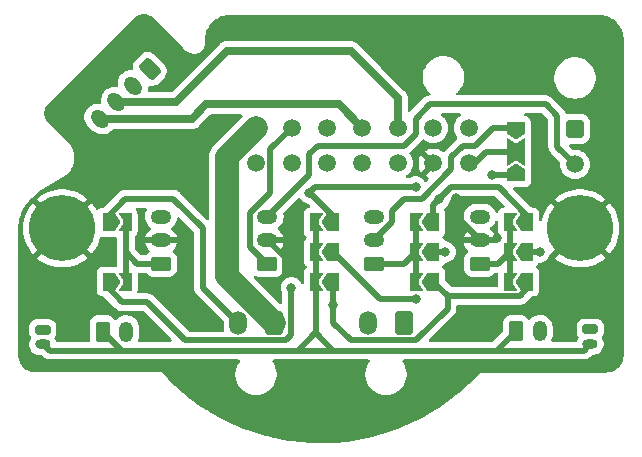
<source format=gbr>
%TF.GenerationSoftware,KiCad,Pcbnew,7.0.5*%
%TF.CreationDate,2023-07-25T09:46:53+02:00*%
%TF.ProjectId,XOL Breakout,584f4c20-4272-4656-916b-6f75742e6b69,rev?*%
%TF.SameCoordinates,Original*%
%TF.FileFunction,Copper,L2,Bot*%
%TF.FilePolarity,Positive*%
%FSLAX46Y46*%
G04 Gerber Fmt 4.6, Leading zero omitted, Abs format (unit mm)*
G04 Created by KiCad (PCBNEW 7.0.5) date 2023-07-25 09:46:53*
%MOMM*%
%LPD*%
G01*
G04 APERTURE LIST*
G04 Aperture macros list*
%AMRoundRect*
0 Rectangle with rounded corners*
0 $1 Rounding radius*
0 $2 $3 $4 $5 $6 $7 $8 $9 X,Y pos of 4 corners*
0 Add a 4 corners polygon primitive as box body*
4,1,4,$2,$3,$4,$5,$6,$7,$8,$9,$2,$3,0*
0 Add four circle primitives for the rounded corners*
1,1,$1+$1,$2,$3*
1,1,$1+$1,$4,$5*
1,1,$1+$1,$6,$7*
1,1,$1+$1,$8,$9*
0 Add four rect primitives between the rounded corners*
20,1,$1+$1,$2,$3,$4,$5,0*
20,1,$1+$1,$4,$5,$6,$7,0*
20,1,$1+$1,$6,$7,$8,$9,0*
20,1,$1+$1,$8,$9,$2,$3,0*%
%AMHorizOval*
0 Thick line with rounded ends*
0 $1 width*
0 $2 $3 position (X,Y) of the first rounded end (center of the circle)*
0 $4 $5 position (X,Y) of the second rounded end (center of the circle)*
0 Add line between two ends*
20,1,$1,$2,$3,$4,$5,0*
0 Add two circle primitives to create the rounded ends*
1,1,$1,$2,$3*
1,1,$1,$4,$5*%
%AMFreePoly0*
4,1,6,1.000000,0.000000,0.500000,-0.750000,-0.500000,-0.750000,-0.500000,0.750000,0.500000,0.750000,1.000000,0.000000,1.000000,0.000000,$1*%
%AMFreePoly1*
4,1,7,0.700000,0.000000,1.200000,-0.750000,-1.200000,-0.750000,-0.700000,0.000000,-1.200000,0.750000,1.200000,0.750000,0.700000,0.000000,0.700000,0.000000,$1*%
%AMFreePoly2*
4,1,6,0.500000,-0.750000,-0.650000,-0.750000,-0.150000,0.000000,-0.650000,0.750000,0.500000,0.750000,0.500000,-0.750000,0.500000,-0.750000,$1*%
G04 Aperture macros list end*
%TA.AperFunction,ComponentPad*%
%ADD10RoundRect,0.250001X0.499999X0.759999X-0.499999X0.759999X-0.499999X-0.759999X0.499999X-0.759999X0*%
%TD*%
%TA.AperFunction,ComponentPad*%
%ADD11O,1.500000X2.020000*%
%TD*%
%TA.AperFunction,ComponentPad*%
%ADD12RoundRect,0.250000X-0.350000X-0.625000X0.350000X-0.625000X0.350000X0.625000X-0.350000X0.625000X0*%
%TD*%
%TA.AperFunction,ComponentPad*%
%ADD13O,1.200000X1.750000*%
%TD*%
%TA.AperFunction,ComponentPad*%
%ADD14C,5.600000*%
%TD*%
%TA.AperFunction,ComponentPad*%
%ADD15RoundRect,0.250000X-0.194454X0.689429X-0.689429X0.194454X0.194454X-0.689429X0.689429X-0.194454X0*%
%TD*%
%TA.AperFunction,ComponentPad*%
%ADD16HorizOval,1.200000X-0.194454X0.194454X0.194454X-0.194454X0*%
%TD*%
%TA.AperFunction,ComponentPad*%
%ADD17RoundRect,0.250000X0.625000X-0.350000X0.625000X0.350000X-0.625000X0.350000X-0.625000X-0.350000X0*%
%TD*%
%TA.AperFunction,ComponentPad*%
%ADD18O,1.750000X1.200000*%
%TD*%
%TA.AperFunction,ComponentPad*%
%ADD19RoundRect,0.250001X-0.499999X-0.499999X0.499999X-0.499999X0.499999X0.499999X-0.499999X0.499999X0*%
%TD*%
%TA.AperFunction,ComponentPad*%
%ADD20C,1.500000*%
%TD*%
%TA.AperFunction,ComponentPad*%
%ADD21RoundRect,0.200000X-0.450000X0.200000X-0.450000X-0.200000X0.450000X-0.200000X0.450000X0.200000X0*%
%TD*%
%TA.AperFunction,ComponentPad*%
%ADD22O,1.300000X0.800000*%
%TD*%
%TA.AperFunction,SMDPad,CuDef*%
%ADD23FreePoly0,90.000000*%
%TD*%
%TA.AperFunction,SMDPad,CuDef*%
%ADD24FreePoly1,90.000000*%
%TD*%
%TA.AperFunction,SMDPad,CuDef*%
%ADD25FreePoly0,270.000000*%
%TD*%
%TA.AperFunction,SMDPad,CuDef*%
%ADD26FreePoly0,0.000000*%
%TD*%
%TA.AperFunction,SMDPad,CuDef*%
%ADD27FreePoly2,0.000000*%
%TD*%
%TA.AperFunction,SMDPad,CuDef*%
%ADD28FreePoly0,180.000000*%
%TD*%
%TA.AperFunction,SMDPad,CuDef*%
%ADD29FreePoly2,180.000000*%
%TD*%
%TA.AperFunction,ViaPad*%
%ADD30C,0.800000*%
%TD*%
%TA.AperFunction,Conductor*%
%ADD31C,0.700000*%
%TD*%
%TA.AperFunction,Conductor*%
%ADD32C,0.500000*%
%TD*%
%TA.AperFunction,Conductor*%
%ADD33C,2.000000*%
%TD*%
G04 APERTURE END LIST*
D10*
%TO.P,TH0,1,Pin_1*%
%TO.N,TH0*%
X107000000Y-108030000D03*
D11*
%TO.P,TH0,2,Pin_2*%
%TO.N,AGND*%
X104000000Y-108030000D03*
%TD*%
D12*
%TO.P,PCF2,1,Pin_1*%
%TO.N,PCF+*%
X81498263Y-108736417D03*
D13*
%TO.P,PCF2,2,Pin_2*%
%TO.N,PCF SW GND*%
X83498263Y-108736417D03*
%TD*%
D14*
%TO.P,H1,1,1*%
%TO.N,GND*%
X78075000Y-100000000D03*
%TD*%
D15*
%TO.P,ESTEP1,1,Pin_1*%
%TO.N,Stepper 1B*%
X85500000Y-86500000D03*
D16*
%TO.P,ESTEP1,2,Pin_2*%
%TO.N,Stepper 1A*%
X84085786Y-87914214D03*
%TO.P,ESTEP1,3,Pin_3*%
%TO.N,Stepper 2A*%
X82671573Y-89328427D03*
%TO.P,ESTEP1,4,Pin_4*%
%TO.N,Stepper 2B*%
X81257359Y-90742641D03*
%TD*%
D17*
%TO.P,HEF1,1,Pin_1*%
%TO.N,HEF+*%
X104450000Y-103000000D03*
D18*
%TO.P,HEF1,2,Pin_2*%
%TO.N,HEF TACHO*%
X104450000Y-101000000D03*
%TO.P,HEF1,3,Pin_3*%
%TO.N,HEF SW GND*%
X104450000Y-99000000D03*
%TD*%
D14*
%TO.P,H2,1,1*%
%TO.N,GND*%
X121925000Y-100000000D03*
%TD*%
D12*
%TO.P,PCF1,1,Pin_1*%
%TO.N,PCF+*%
X116500000Y-108700000D03*
D13*
%TO.P,PCF1,2,Pin_2*%
%TO.N,PCF SW GND*%
X118500000Y-108700000D03*
%TD*%
D17*
%TO.P,LED1,1,Pin_1*%
%TO.N,5V*%
X95450000Y-103000000D03*
D18*
%TO.P,LED1,2,Pin_2*%
%TO.N,GND*%
X95450000Y-101000000D03*
%TO.P,LED1,3,Pin_3*%
%TO.N,LED*%
X95450000Y-99000000D03*
%TD*%
D19*
%TO.P,MCU1,1,Pin_1*%
%TO.N,HEATER 1 GND*%
X94500000Y-91500000D03*
D20*
%TO.P,MCU1,2,Pin_2*%
%TO.N,5V*%
X97500000Y-91500000D03*
%TO.P,MCU1,3,Pin_3*%
%TO.N,HEF SW GND*%
X100500000Y-91500000D03*
%TO.P,MCU1,4,Pin_4*%
%TO.N,Stepper 2B*%
X103500000Y-91500000D03*
%TO.P,MCU1,5,Pin_5*%
%TO.N,Stepper 2A*%
X106500000Y-91500000D03*
%TO.P,MCU1,6,Pin_6*%
%TO.N,Stepper 1A*%
X109500000Y-91500000D03*
%TO.P,MCU1,7,Pin_7*%
%TO.N,Stepper 1B*%
X112500000Y-91500000D03*
%TO.P,MCU1,8,Pin_8*%
%TO.N,PROBE SIGNAL*%
X94500000Y-94500000D03*
%TO.P,MCU1,9,Pin_9*%
%TO.N,24V*%
X97500000Y-94500000D03*
%TO.P,MCU1,10,Pin_10*%
%TO.N,PCF SW GND*%
X100500000Y-94500000D03*
%TO.P,MCU1,11,Pin_11*%
%TO.N,AGND*%
X103500000Y-94500000D03*
%TO.P,MCU1,12,Pin_12*%
%TO.N,TH0*%
X106500000Y-94500000D03*
%TO.P,MCU1,13,Pin_13*%
%TO.N,GND*%
X109500000Y-94500000D03*
%TO.P,MCU1,14,Pin_14*%
%TO.N,AUX*%
X112500000Y-94500000D03*
%TD*%
D10*
%TO.P,HE0,1,Pin_1*%
%TO.N,HEATER 1 GND*%
X96000000Y-108030000D03*
D11*
%TO.P,HE0,2,Pin_2*%
%TO.N,24V*%
X93000000Y-108030000D03*
%TD*%
D21*
%TO.P,PCF3,1,Pin_1*%
%TO.N,PCF SW GND*%
X122781785Y-108536417D03*
D22*
%TO.P,PCF3,2,Pin_2*%
%TO.N,PCF+*%
X122781785Y-109786417D03*
%TD*%
D17*
%TO.P,PROBE1,1,Pin_1*%
%TO.N,PROBE+*%
X86450000Y-103000000D03*
D18*
%TO.P,PROBE1,2,Pin_2*%
%TO.N,GND*%
X86450000Y-101000000D03*
%TO.P,PROBE1,3,Pin_3*%
%TO.N,PROBE SIGNAL*%
X86450000Y-99000000D03*
%TD*%
D17*
%TO.P,FS1,1,Pin_1*%
%TO.N,FS+*%
X113450000Y-103000000D03*
D18*
%TO.P,FS1,2,Pin_2*%
%TO.N,GND*%
X113450000Y-101000000D03*
%TO.P,FS1,3,Pin_3*%
%TO.N,FS SIGNAL*%
X113450000Y-99000000D03*
%TD*%
D21*
%TO.P,PCF4,1,Pin_1*%
%TO.N,PCF SW GND*%
X76427718Y-108576964D03*
D22*
%TO.P,PCF4,2,Pin_2*%
%TO.N,PCF+*%
X76427718Y-109826964D03*
%TD*%
D19*
%TO.P,MCU2,1,Pin_1*%
%TO.N,FS SIGNAL*%
X121500000Y-91585000D03*
D20*
%TO.P,MCU2,2,Pin_2*%
%TO.N,LED*%
X121500000Y-94585000D03*
%TD*%
D23*
%TO.P,JP1,1,A*%
%TO.N,12V*%
X116500000Y-95500000D03*
D24*
%TO.P,JP1,2,C*%
%TO.N,AUX*%
X116500000Y-93500000D03*
D25*
%TO.P,JP1,3,B*%
%TO.N,HEF TACHO*%
X116500000Y-91500000D03*
%TD*%
D26*
%TO.P,JP8,1,A*%
%TO.N,24V*%
X82000000Y-99500000D03*
D27*
%TO.P,JP8,2,B*%
%TO.N,PROBE+*%
X83450000Y-99500000D03*
%TD*%
D28*
%TO.P,JP11,1,A*%
%TO.N,24V*%
X117450000Y-99500000D03*
D29*
%TO.P,JP11,2,B*%
%TO.N,FS+*%
X116000000Y-99500000D03*
%TD*%
D28*
%TO.P,JP4,1,A*%
%TO.N,5V*%
X109500000Y-104500000D03*
D29*
%TO.P,JP4,2,B*%
%TO.N,HEF+*%
X108050000Y-104500000D03*
%TD*%
D28*
%TO.P,JP7,1,A*%
%TO.N,5V*%
X101000000Y-104500000D03*
D29*
%TO.P,JP7,2,B*%
%TO.N,PCF+*%
X99550000Y-104500000D03*
%TD*%
D28*
%TO.P,JP5,1,A*%
%TO.N,24V*%
X101000000Y-99500000D03*
D29*
%TO.P,JP5,2,B*%
%TO.N,PCF+*%
X99550000Y-99500000D03*
%TD*%
D28*
%TO.P,JP3,1,A*%
%TO.N,12V*%
X109500000Y-102000000D03*
D29*
%TO.P,JP3,2,B*%
%TO.N,HEF+*%
X108050000Y-102000000D03*
%TD*%
D28*
%TO.P,JP6,1,A*%
%TO.N,12V*%
X101000000Y-102000000D03*
D29*
%TO.P,JP6,2,B*%
%TO.N,PCF+*%
X99550000Y-102000000D03*
%TD*%
D26*
%TO.P,JP10,1,A*%
%TO.N,5V*%
X82000000Y-104500000D03*
D27*
%TO.P,JP10,2,B*%
%TO.N,PROBE+*%
X83450000Y-104500000D03*
%TD*%
D28*
%TO.P,JP13,1,A*%
%TO.N,5V*%
X117450000Y-104500000D03*
D29*
%TO.P,JP13,2,B*%
%TO.N,FS+*%
X116000000Y-104500000D03*
%TD*%
D28*
%TO.P,JP2,1,A*%
%TO.N,24V*%
X109500000Y-99500000D03*
D29*
%TO.P,JP2,2,B*%
%TO.N,HEF+*%
X108050000Y-99500000D03*
%TD*%
D28*
%TO.P,JP12,1,A*%
%TO.N,12V*%
X117450000Y-102000000D03*
D29*
%TO.P,JP12,2,B*%
%TO.N,FS+*%
X116000000Y-102000000D03*
%TD*%
D30*
%TO.N,GND*%
X114888374Y-100802583D03*
X95929481Y-104927454D03*
X111757912Y-101049354D03*
X111399312Y-97399312D03*
%TO.N,24V*%
X99000000Y-97000000D03*
X108000000Y-96500000D03*
X110000000Y-97500000D03*
%TO.N,5V*%
X97475000Y-105025000D03*
X101000000Y-106500000D03*
%TO.N,12V*%
X118500000Y-102000000D03*
X110500000Y-102000000D03*
X114500000Y-95500000D03*
X108000000Y-106000000D03*
%TD*%
D31*
%TO.N,Stepper 2A*%
X82671573Y-89328427D02*
X87671573Y-89328427D01*
X106500000Y-89000000D02*
X106500000Y-91500000D01*
X92000000Y-85000000D02*
X102500000Y-85000000D01*
X87671573Y-89328427D02*
X92000000Y-85000000D01*
X102500000Y-85000000D02*
X106500000Y-89000000D01*
%TO.N,Stepper 2B*%
X81257359Y-90742641D02*
X89030151Y-90742641D01*
X101500000Y-89500000D02*
X103500000Y-91500000D01*
X89030151Y-90742641D02*
X90272792Y-89500000D01*
X90272792Y-89500000D02*
X101500000Y-89500000D01*
D32*
%TO.N,FS+*%
X116000000Y-104500000D02*
X116000000Y-99500000D01*
X115000000Y-103000000D02*
X116000000Y-102000000D01*
X113450000Y-103000000D02*
X115000000Y-103000000D01*
%TO.N,GND*%
X96898959Y-102448959D02*
X96898959Y-103957976D01*
X111399312Y-97399312D02*
X111399312Y-98949312D01*
X95450000Y-101000000D02*
X96898959Y-102448959D01*
X111399312Y-98949312D02*
X113450000Y-101000000D01*
X96898959Y-103957976D02*
X95929481Y-104927454D01*
D33*
%TO.N,HEATER 1 GND*%
X96000000Y-108012284D02*
X92000000Y-104012284D01*
X92000000Y-94000000D02*
X94500000Y-91500000D01*
X96000000Y-108030000D02*
X96000000Y-108012284D01*
X92000000Y-104012284D02*
X92000000Y-94000000D01*
D32*
%TO.N,24V*%
X109500000Y-99500000D02*
X109500000Y-98000000D01*
X83413604Y-97500000D02*
X87500000Y-97500000D01*
X90000000Y-100000000D02*
X90000000Y-105030000D01*
X109500000Y-98000000D02*
X110000000Y-97500000D01*
X111000000Y-96500000D02*
X115036396Y-96500000D01*
X115036396Y-96500000D02*
X117450000Y-98913604D01*
X82000000Y-99500000D02*
X82000000Y-98913604D01*
X101000000Y-98913604D02*
X99086396Y-97000000D01*
X99000000Y-97000000D02*
X99500000Y-96500000D01*
X99500000Y-96500000D02*
X108000000Y-96500000D01*
X82000000Y-98913604D02*
X83413604Y-97500000D01*
X90000000Y-105030000D02*
X93000000Y-108030000D01*
X87500000Y-97500000D02*
X90000000Y-100000000D01*
X110000000Y-97500000D02*
X111000000Y-96500000D01*
X117450000Y-98913604D02*
X117450000Y-99500000D01*
X101000000Y-99500000D02*
X101000000Y-98913604D01*
X99086396Y-97000000D02*
X99000000Y-97000000D01*
%TO.N,HEF+*%
X107050000Y-103000000D02*
X108050000Y-102000000D01*
X108050000Y-99500000D02*
X108050000Y-104500000D01*
X104450000Y-103000000D02*
X107050000Y-103000000D01*
%TO.N,HEF TACHO*%
X111000000Y-95000000D02*
X108500000Y-97500000D01*
X113010050Y-93000000D02*
X112000000Y-93000000D01*
X112000000Y-93000000D02*
X111000000Y-94000000D01*
X107000000Y-97500000D02*
X106000000Y-98500000D01*
X111000000Y-94000000D02*
X111000000Y-95000000D01*
X108500000Y-97500000D02*
X107000000Y-97500000D01*
X114510050Y-91500000D02*
X113010050Y-93000000D01*
X106000000Y-99450000D02*
X104450000Y-101000000D01*
X116500000Y-91500000D02*
X114510050Y-91500000D01*
X106000000Y-98500000D02*
X106000000Y-99450000D01*
%TO.N,5V*%
X97450000Y-109050000D02*
X97010000Y-109490000D01*
X95700000Y-93300000D02*
X95700000Y-96990076D01*
X97450000Y-105050000D02*
X97450000Y-109050000D01*
X101000000Y-104500000D02*
X101000000Y-108000000D01*
X88490000Y-109490000D02*
X85249652Y-106249652D01*
X94000000Y-98690076D02*
X94000000Y-101550000D01*
X108010000Y-109490000D02*
X110700000Y-106800000D01*
X109500000Y-104500000D02*
X110700000Y-105700000D01*
X85249652Y-106249652D02*
X83163256Y-106249652D01*
X94000000Y-101550000D02*
X95450000Y-103000000D01*
X102490000Y-109490000D02*
X108010000Y-109490000D01*
X110700000Y-106800000D02*
X110700000Y-105700000D01*
X97010000Y-109490000D02*
X88490000Y-109490000D01*
X95700000Y-96990076D02*
X94000000Y-98690076D01*
X117450000Y-105086396D02*
X117450000Y-104500000D01*
X97500000Y-91500000D02*
X95700000Y-93300000D01*
X110700000Y-105700000D02*
X116836396Y-105700000D01*
X101000000Y-108000000D02*
X102490000Y-109490000D01*
X116836396Y-105700000D02*
X117450000Y-105086396D01*
X83163256Y-106249652D02*
X82000000Y-105086396D01*
X97475000Y-105025000D02*
X97450000Y-105050000D01*
X82000000Y-105086396D02*
X82000000Y-104500000D01*
%TO.N,LED*%
X119000000Y-89500000D02*
X109202943Y-89500000D01*
X99702943Y-93000000D02*
X99000000Y-93702943D01*
X120000000Y-93085000D02*
X120000000Y-90500000D01*
X108000000Y-92000000D02*
X107000000Y-93000000D01*
X99000000Y-93702943D02*
X99000000Y-95450000D01*
X109202943Y-89500000D02*
X108000000Y-90702943D01*
X107000000Y-93000000D02*
X99702943Y-93000000D01*
X99000000Y-95450000D02*
X95450000Y-99000000D01*
X108000000Y-90702943D02*
X108000000Y-92000000D01*
X120000000Y-90500000D02*
X119000000Y-89500000D01*
X121500000Y-94585000D02*
X120000000Y-93085000D01*
%TO.N,AUX*%
X114000000Y-93500000D02*
X113000000Y-94500000D01*
X116500000Y-93500000D02*
X114000000Y-93500000D01*
X113000000Y-94500000D02*
X112500000Y-94500000D01*
%TO.N,PCF+*%
X99550000Y-108800000D02*
X99550000Y-108900000D01*
X101000000Y-110350000D02*
X98000000Y-110350000D01*
X122218202Y-110350000D02*
X114000000Y-110350000D01*
X114000000Y-110350000D02*
X101000000Y-110350000D01*
X99550000Y-108800000D02*
X98000000Y-110350000D01*
X99550000Y-108900000D02*
X101000000Y-110350000D01*
X114850000Y-110350000D02*
X114000000Y-110350000D01*
X122781785Y-109786417D02*
X122218202Y-110350000D01*
X77036846Y-110350000D02*
X83500000Y-110350000D01*
X99550000Y-104500000D02*
X99550000Y-108800000D01*
X76548263Y-109861417D02*
X77036846Y-110350000D01*
X83500000Y-110350000D02*
X83111846Y-110350000D01*
X116500000Y-108700000D02*
X114850000Y-110350000D01*
X99550000Y-99500000D02*
X99550000Y-104500000D01*
X98000000Y-110350000D02*
X83500000Y-110350000D01*
X83111846Y-110350000D02*
X81498263Y-108736417D01*
%TO.N,PROBE+*%
X86450000Y-103000000D02*
X84450000Y-103000000D01*
X83450000Y-99500000D02*
X83450000Y-104500000D01*
X84450000Y-103000000D02*
X83450000Y-102000000D01*
%TO.N,12V*%
X101000000Y-102000000D02*
X105000000Y-106000000D01*
X114500000Y-95500000D02*
X116500000Y-95500000D01*
X109500000Y-102000000D02*
X110500000Y-102000000D01*
X105000000Y-106000000D02*
X108000000Y-106000000D01*
X118500000Y-102000000D02*
X117450000Y-102000000D01*
%TD*%
%TA.AperFunction,Conductor*%
%TO.N,GND*%
G36*
X88024780Y-99086148D02*
G01*
X89213181Y-100274549D01*
X89246666Y-100335872D01*
X89249500Y-100362230D01*
X89249500Y-104966294D01*
X89248191Y-104984263D01*
X89244710Y-105008025D01*
X89249264Y-105060064D01*
X89249500Y-105065470D01*
X89249500Y-105073712D01*
X89253202Y-105105391D01*
X89253386Y-105107185D01*
X89260000Y-105182792D01*
X89261461Y-105189867D01*
X89261403Y-105189878D01*
X89263034Y-105197237D01*
X89263092Y-105197224D01*
X89264757Y-105204249D01*
X89264758Y-105204254D01*
X89264759Y-105204255D01*
X89287969Y-105268027D01*
X89290708Y-105275551D01*
X89291299Y-105277253D01*
X89315182Y-105349326D01*
X89318236Y-105355874D01*
X89318182Y-105355898D01*
X89321470Y-105362688D01*
X89321521Y-105362663D01*
X89324761Y-105369113D01*
X89324762Y-105369114D01*
X89324763Y-105369117D01*
X89366494Y-105432567D01*
X89367443Y-105434058D01*
X89407076Y-105498313D01*
X89407289Y-105498657D01*
X89411766Y-105504319D01*
X89411719Y-105504356D01*
X89416482Y-105510202D01*
X89416528Y-105510164D01*
X89421173Y-105515699D01*
X89476364Y-105567769D01*
X89477658Y-105569026D01*
X90596891Y-106688259D01*
X91713181Y-107804548D01*
X91746666Y-107865871D01*
X91749500Y-107892229D01*
X91749500Y-108346151D01*
X91764622Y-108514186D01*
X91764623Y-108514192D01*
X91783479Y-108582511D01*
X91782339Y-108652371D01*
X91743611Y-108710525D01*
X91679591Y-108738509D01*
X91663948Y-108739500D01*
X88852230Y-108739500D01*
X88785191Y-108719815D01*
X88764549Y-108703181D01*
X85825381Y-105764013D01*
X85813601Y-105750382D01*
X85802272Y-105735165D01*
X85799264Y-105731124D01*
X85799262Y-105731122D01*
X85759239Y-105697538D01*
X85755264Y-105693896D01*
X85752342Y-105690974D01*
X85749431Y-105688062D01*
X85724388Y-105668261D01*
X85722990Y-105667122D01*
X85664866Y-105618350D01*
X85658832Y-105614381D01*
X85658864Y-105614332D01*
X85652505Y-105610280D01*
X85652474Y-105610331D01*
X85646332Y-105606543D01*
X85646330Y-105606542D01*
X85646329Y-105606541D01*
X85577524Y-105574456D01*
X85575904Y-105573671D01*
X85536164Y-105553713D01*
X85508085Y-105539612D01*
X85508083Y-105539611D01*
X85508082Y-105539611D01*
X85501297Y-105537141D01*
X85501317Y-105537085D01*
X85494201Y-105534611D01*
X85494183Y-105534667D01*
X85487326Y-105532395D01*
X85412980Y-105517043D01*
X85411221Y-105516653D01*
X85337370Y-105499151D01*
X85330199Y-105498313D01*
X85330205Y-105498253D01*
X85322707Y-105497487D01*
X85322702Y-105497547D01*
X85315512Y-105496917D01*
X85239620Y-105499126D01*
X85237817Y-105499152D01*
X84562928Y-105499152D01*
X84495889Y-105479467D01*
X84450134Y-105426663D01*
X84440190Y-105357505D01*
X84440421Y-105355898D01*
X84455647Y-105250000D01*
X84455647Y-103874500D01*
X84475332Y-103807461D01*
X84528136Y-103761706D01*
X84579647Y-103750500D01*
X85121042Y-103750500D01*
X85188081Y-103770185D01*
X85226580Y-103809402D01*
X85232288Y-103818656D01*
X85356344Y-103942712D01*
X85505666Y-104034814D01*
X85672203Y-104089999D01*
X85774991Y-104100500D01*
X87125008Y-104100499D01*
X87227797Y-104089999D01*
X87394334Y-104034814D01*
X87543656Y-103942712D01*
X87667712Y-103818656D01*
X87759814Y-103669334D01*
X87814999Y-103502797D01*
X87825500Y-103400009D01*
X87825499Y-102599992D01*
X87814999Y-102497203D01*
X87759814Y-102330666D01*
X87667712Y-102181344D01*
X87543656Y-102057288D01*
X87479806Y-102017905D01*
X87433083Y-101965958D01*
X87421860Y-101896995D01*
X87449704Y-101832913D01*
X87468254Y-101814895D01*
X87487540Y-101799728D01*
X87625105Y-101640969D01*
X87625114Y-101640958D01*
X87730144Y-101459039D01*
X87730147Y-101459032D01*
X87798855Y-101260517D01*
X87798855Y-101260515D01*
X87800368Y-101250000D01*
X86729560Y-101250000D01*
X86768278Y-101207941D01*
X86818551Y-101093330D01*
X86828886Y-100968605D01*
X86798163Y-100847281D01*
X86734606Y-100750000D01*
X87796257Y-100750000D01*
X87769229Y-100638590D01*
X87681959Y-100447492D01*
X87560110Y-100276380D01*
X87560104Y-100276374D01*
X87408067Y-100131408D01*
X87366641Y-100104784D01*
X87320887Y-100051979D01*
X87310944Y-99982821D01*
X87339970Y-99919265D01*
X87357030Y-99902999D01*
X87487886Y-99800092D01*
X87625519Y-99641256D01*
X87641649Y-99613319D01*
X87730601Y-99459249D01*
X87730602Y-99459247D01*
X87730604Y-99459244D01*
X87799344Y-99260633D01*
X87814361Y-99156180D01*
X87843386Y-99092627D01*
X87902164Y-99054852D01*
X87972033Y-99054852D01*
X88024780Y-99086148D01*
G37*
%TD.AperFunction*%
%TA.AperFunction,Conductor*%
G36*
X98178682Y-97435198D02*
G01*
X98234615Y-97477070D01*
X98242735Y-97489380D01*
X98267465Y-97532214D01*
X98394129Y-97672888D01*
X98547265Y-97784148D01*
X98547270Y-97784151D01*
X98720192Y-97861142D01*
X98720193Y-97861142D01*
X98720197Y-97861144D01*
X98895045Y-97898308D01*
X98956526Y-97931500D01*
X98956945Y-97931917D01*
X99062743Y-98037715D01*
X99096228Y-98099038D01*
X99091244Y-98168730D01*
X99049372Y-98224663D01*
X98983909Y-98249080D01*
X98978039Y-98249499D01*
X98978034Y-98249500D01*
X98839949Y-98290045D01*
X98718873Y-98367856D01*
X98624623Y-98476626D01*
X98624622Y-98476628D01*
X98564834Y-98607543D01*
X98552023Y-98696653D01*
X98544354Y-98749997D01*
X98544353Y-98750001D01*
X98544352Y-98750003D01*
X98544352Y-100250000D01*
X98544353Y-100250002D01*
X98549499Y-100321960D01*
X98549500Y-100321965D01*
X98590045Y-100460050D01*
X98590047Y-100460053D01*
X98667857Y-100581128D01*
X98667858Y-100581129D01*
X98754387Y-100656106D01*
X98792162Y-100714884D01*
X98792162Y-100784753D01*
X98754388Y-100843532D01*
X98740225Y-100854134D01*
X98718873Y-100867856D01*
X98718866Y-100867862D01*
X98624625Y-100976622D01*
X98624622Y-100976628D01*
X98564834Y-101107543D01*
X98544353Y-101250000D01*
X98544352Y-102750000D01*
X98544353Y-102750002D01*
X98549499Y-102821960D01*
X98549500Y-102821965D01*
X98590045Y-102960050D01*
X98590047Y-102960053D01*
X98667857Y-103081128D01*
X98667858Y-103081129D01*
X98754387Y-103156106D01*
X98792162Y-103214884D01*
X98792162Y-103284753D01*
X98754388Y-103343532D01*
X98740225Y-103354134D01*
X98718873Y-103367856D01*
X98718866Y-103367862D01*
X98624625Y-103476622D01*
X98624622Y-103476628D01*
X98564834Y-103607543D01*
X98555950Y-103669340D01*
X98544354Y-103749997D01*
X98544353Y-103750001D01*
X98544353Y-104619144D01*
X98524668Y-104686183D01*
X98471864Y-104731938D01*
X98402706Y-104741882D01*
X98339150Y-104712857D01*
X98305628Y-104662301D01*
X98304825Y-104662659D01*
X98302695Y-104657877D01*
X98302423Y-104657466D01*
X98302181Y-104656721D01*
X98302178Y-104656715D01*
X98207533Y-104492784D01*
X98080871Y-104352112D01*
X98080870Y-104352111D01*
X97927734Y-104240851D01*
X97927729Y-104240848D01*
X97754807Y-104163857D01*
X97754802Y-104163855D01*
X97609001Y-104132865D01*
X97569646Y-104124500D01*
X97380354Y-104124500D01*
X97347897Y-104131398D01*
X97195197Y-104163855D01*
X97195192Y-104163857D01*
X97022270Y-104240848D01*
X97022265Y-104240851D01*
X96869129Y-104352111D01*
X96742466Y-104492785D01*
X96647821Y-104656715D01*
X96647818Y-104656722D01*
X96592979Y-104825500D01*
X96589326Y-104836744D01*
X96569540Y-105025000D01*
X96589326Y-105213256D01*
X96589327Y-105213259D01*
X96647818Y-105393277D01*
X96647821Y-105393284D01*
X96682887Y-105454019D01*
X96699500Y-105516019D01*
X96699500Y-106290394D01*
X96679815Y-106357433D01*
X96627011Y-106403188D01*
X96557853Y-106413132D01*
X96494297Y-106384107D01*
X96487819Y-106378075D01*
X94313455Y-104203711D01*
X94279970Y-104142388D01*
X94284954Y-104072696D01*
X94326826Y-104016763D01*
X94392290Y-103992346D01*
X94460563Y-104007198D01*
X94466214Y-104010480D01*
X94505666Y-104034814D01*
X94672203Y-104089999D01*
X94774991Y-104100500D01*
X96125008Y-104100499D01*
X96227797Y-104089999D01*
X96394334Y-104034814D01*
X96543656Y-103942712D01*
X96667712Y-103818656D01*
X96759814Y-103669334D01*
X96814999Y-103502797D01*
X96825500Y-103400009D01*
X96825499Y-102599992D01*
X96814999Y-102497203D01*
X96759814Y-102330666D01*
X96667712Y-102181344D01*
X96543656Y-102057288D01*
X96479806Y-102017905D01*
X96433083Y-101965958D01*
X96421860Y-101896995D01*
X96449704Y-101832913D01*
X96468254Y-101814895D01*
X96487540Y-101799728D01*
X96625105Y-101640969D01*
X96625114Y-101640958D01*
X96730144Y-101459039D01*
X96730147Y-101459032D01*
X96798855Y-101260517D01*
X96798855Y-101260515D01*
X96800368Y-101250000D01*
X95729560Y-101250000D01*
X95768278Y-101207941D01*
X95818551Y-101093330D01*
X95828886Y-100968605D01*
X95798163Y-100847281D01*
X95734606Y-100750000D01*
X96796257Y-100750000D01*
X96769229Y-100638590D01*
X96681959Y-100447492D01*
X96560110Y-100276380D01*
X96560104Y-100276374D01*
X96408067Y-100131408D01*
X96366641Y-100104784D01*
X96320887Y-100051979D01*
X96310944Y-99982821D01*
X96339970Y-99919265D01*
X96357030Y-99902999D01*
X96487886Y-99800092D01*
X96625519Y-99641256D01*
X96641649Y-99613319D01*
X96730601Y-99459249D01*
X96730602Y-99459247D01*
X96730604Y-99459244D01*
X96799344Y-99260633D01*
X96829254Y-99052602D01*
X96819254Y-98842670D01*
X96806277Y-98789178D01*
X96809602Y-98719389D01*
X96839099Y-98672267D01*
X98047669Y-97463697D01*
X98108990Y-97430214D01*
X98178682Y-97435198D01*
G37*
%TD.AperFunction*%
%TA.AperFunction,Conductor*%
G36*
X114741205Y-97270185D02*
G01*
X114761847Y-97286819D01*
X115209666Y-97734638D01*
X115512743Y-98037714D01*
X115546228Y-98099037D01*
X115541244Y-98168728D01*
X115499372Y-98224662D01*
X115433918Y-98249078D01*
X115428047Y-98249498D01*
X115428034Y-98249500D01*
X115289949Y-98290045D01*
X115168873Y-98367856D01*
X115074623Y-98476626D01*
X115074622Y-98476628D01*
X115014834Y-98607544D01*
X115014833Y-98607547D01*
X115012389Y-98624547D01*
X114983363Y-98688102D01*
X114924584Y-98725875D01*
X114854715Y-98725873D01*
X114795937Y-98688098D01*
X114772972Y-98643543D01*
X114771636Y-98644006D01*
X114769705Y-98638429D01*
X114769704Y-98638424D01*
X114755601Y-98607543D01*
X114682401Y-98447256D01*
X114682398Y-98447251D01*
X114682397Y-98447250D01*
X114682396Y-98447247D01*
X114560486Y-98276048D01*
X114560484Y-98276046D01*
X114560479Y-98276040D01*
X114408379Y-98131014D01*
X114231574Y-98017388D01*
X114217011Y-98011558D01*
X114064221Y-97950390D01*
X114036455Y-97939274D01*
X113830086Y-97899500D01*
X113830085Y-97899500D01*
X113122575Y-97899500D01*
X112965782Y-97914472D01*
X112965778Y-97914473D01*
X112764127Y-97973683D01*
X112577313Y-98069991D01*
X112412116Y-98199905D01*
X112412112Y-98199909D01*
X112274478Y-98358746D01*
X112169398Y-98540750D01*
X112100656Y-98739365D01*
X112100656Y-98739367D01*
X112071125Y-98944767D01*
X112070746Y-98947401D01*
X112080745Y-99157327D01*
X112130296Y-99361578D01*
X112130298Y-99361582D01*
X112217598Y-99552743D01*
X112217601Y-99552748D01*
X112217602Y-99552750D01*
X112217604Y-99552753D01*
X112339514Y-99723952D01*
X112339515Y-99723953D01*
X112339520Y-99723959D01*
X112491619Y-99868984D01*
X112533386Y-99895826D01*
X112579141Y-99948630D01*
X112589085Y-100017789D01*
X112560060Y-100081345D01*
X112542999Y-100097612D01*
X112412462Y-100200268D01*
X112412459Y-100200271D01*
X112274894Y-100359030D01*
X112274885Y-100359041D01*
X112169855Y-100540960D01*
X112169852Y-100540967D01*
X112101144Y-100739482D01*
X112101144Y-100739484D01*
X112099632Y-100750000D01*
X113170440Y-100750000D01*
X113131722Y-100792059D01*
X113081449Y-100906670D01*
X113071114Y-101031395D01*
X113101837Y-101152719D01*
X113165394Y-101250000D01*
X112103742Y-101250000D01*
X112130770Y-101361409D01*
X112218040Y-101552507D01*
X112339889Y-101723619D01*
X112339900Y-101723631D01*
X112442521Y-101821479D01*
X112477457Y-101881987D01*
X112474132Y-101951778D01*
X112433604Y-102008692D01*
X112422049Y-102016760D01*
X112356347Y-102057285D01*
X112356343Y-102057288D01*
X112232289Y-102181342D01*
X112140187Y-102330663D01*
X112140185Y-102330668D01*
X112113490Y-102411229D01*
X112085001Y-102497203D01*
X112085001Y-102497204D01*
X112085000Y-102497204D01*
X112074500Y-102599983D01*
X112074500Y-103400001D01*
X112074501Y-103400019D01*
X112085000Y-103502796D01*
X112085001Y-103502799D01*
X112140185Y-103669331D01*
X112140187Y-103669336D01*
X112145552Y-103678034D01*
X112232288Y-103818656D01*
X112356344Y-103942712D01*
X112505666Y-104034814D01*
X112672203Y-104089999D01*
X112774991Y-104100500D01*
X114125008Y-104100499D01*
X114227797Y-104089999D01*
X114394334Y-104034814D01*
X114543656Y-103942712D01*
X114667712Y-103818656D01*
X114673419Y-103809402D01*
X114725368Y-103762678D01*
X114778958Y-103750500D01*
X114870353Y-103750500D01*
X114937392Y-103770185D01*
X114983147Y-103822989D01*
X114994353Y-103874500D01*
X114994353Y-104825500D01*
X114974668Y-104892539D01*
X114921864Y-104938294D01*
X114870353Y-104949500D01*
X111062230Y-104949500D01*
X110995191Y-104929815D01*
X110974549Y-104913181D01*
X110541966Y-104480598D01*
X110508481Y-104419275D01*
X110505647Y-104392917D01*
X110505647Y-103750000D01*
X110505647Y-103749999D01*
X110500500Y-103678039D01*
X110497943Y-103669331D01*
X110459954Y-103539949D01*
X110436078Y-103502797D01*
X110382143Y-103418872D01*
X110295612Y-103343893D01*
X110257838Y-103285115D01*
X110257838Y-103215245D01*
X110295612Y-103156467D01*
X110309770Y-103145868D01*
X110331128Y-103132143D01*
X110425377Y-103023373D01*
X110448386Y-102972989D01*
X110494141Y-102920185D01*
X110561181Y-102900500D01*
X110594644Y-102900500D01*
X110594646Y-102900500D01*
X110779803Y-102861144D01*
X110952730Y-102784151D01*
X111105871Y-102672888D01*
X111232533Y-102532216D01*
X111327179Y-102368284D01*
X111385674Y-102188256D01*
X111405460Y-102000000D01*
X111385674Y-101811744D01*
X111327179Y-101631716D01*
X111232533Y-101467784D01*
X111105871Y-101327112D01*
X111068581Y-101300019D01*
X110952734Y-101215851D01*
X110952729Y-101215848D01*
X110779807Y-101138857D01*
X110779802Y-101138855D01*
X110618715Y-101104616D01*
X110594646Y-101099500D01*
X110594645Y-101099500D01*
X110565934Y-101099500D01*
X110498895Y-101079815D01*
X110461618Y-101042539D01*
X110459953Y-101039949D01*
X110459953Y-101039947D01*
X110382143Y-100918872D01*
X110295612Y-100843893D01*
X110257838Y-100785115D01*
X110257838Y-100715245D01*
X110295612Y-100656467D01*
X110309770Y-100645868D01*
X110331128Y-100632143D01*
X110425377Y-100523373D01*
X110485165Y-100392457D01*
X110505647Y-100250000D01*
X110505647Y-98750000D01*
X110500500Y-98678039D01*
X110490507Y-98644006D01*
X110459954Y-98539949D01*
X110459954Y-98539948D01*
X110408405Y-98459737D01*
X110388720Y-98392697D01*
X110408404Y-98325658D01*
X110447662Y-98288231D01*
X110447473Y-98287971D01*
X110449420Y-98286556D01*
X110450739Y-98285299D01*
X110452713Y-98284158D01*
X110452730Y-98284151D01*
X110605871Y-98172888D01*
X110732533Y-98032216D01*
X110827179Y-97868284D01*
X110882522Y-97697955D01*
X110912769Y-97648597D01*
X111274547Y-97286818D01*
X111335871Y-97253334D01*
X111362229Y-97250500D01*
X114674166Y-97250500D01*
X114741205Y-97270185D01*
G37*
%TD.AperFunction*%
%TA.AperFunction,Conductor*%
G36*
X85189240Y-98270185D02*
G01*
X85234995Y-98322989D01*
X85244939Y-98392147D01*
X85229588Y-98436500D01*
X85169398Y-98540750D01*
X85100656Y-98739365D01*
X85100656Y-98739367D01*
X85071125Y-98944767D01*
X85070746Y-98947401D01*
X85080745Y-99157327D01*
X85130296Y-99361578D01*
X85130298Y-99361582D01*
X85217598Y-99552743D01*
X85217601Y-99552748D01*
X85217602Y-99552750D01*
X85217604Y-99552753D01*
X85339514Y-99723952D01*
X85339515Y-99723953D01*
X85339520Y-99723959D01*
X85491619Y-99868984D01*
X85533386Y-99895826D01*
X85579141Y-99948630D01*
X85589085Y-100017789D01*
X85560060Y-100081345D01*
X85542999Y-100097612D01*
X85412462Y-100200268D01*
X85412459Y-100200271D01*
X85274894Y-100359030D01*
X85274885Y-100359041D01*
X85169855Y-100540960D01*
X85169852Y-100540967D01*
X85101144Y-100739482D01*
X85101144Y-100739484D01*
X85099632Y-100750000D01*
X86170440Y-100750000D01*
X86131722Y-100792059D01*
X86081449Y-100906670D01*
X86071114Y-101031395D01*
X86101837Y-101152719D01*
X86165394Y-101250000D01*
X85103742Y-101250000D01*
X85130770Y-101361409D01*
X85218040Y-101552507D01*
X85339889Y-101723619D01*
X85339900Y-101723631D01*
X85442521Y-101821479D01*
X85477457Y-101881987D01*
X85474132Y-101951778D01*
X85433604Y-102008692D01*
X85422049Y-102016760D01*
X85356347Y-102057285D01*
X85356343Y-102057288D01*
X85232287Y-102181344D01*
X85226580Y-102190598D01*
X85174632Y-102237322D01*
X85121042Y-102249500D01*
X84812229Y-102249500D01*
X84745190Y-102229815D01*
X84724548Y-102213181D01*
X84236819Y-101725451D01*
X84203334Y-101664128D01*
X84200500Y-101637770D01*
X84200500Y-100751668D01*
X84220185Y-100684629D01*
X84257458Y-100647354D01*
X84281128Y-100632143D01*
X84375377Y-100523373D01*
X84435165Y-100392457D01*
X84455647Y-100250000D01*
X84455647Y-98750000D01*
X84450500Y-98678039D01*
X84440507Y-98644006D01*
X84409954Y-98539949D01*
X84346710Y-98441539D01*
X84327026Y-98374500D01*
X84346711Y-98307460D01*
X84399515Y-98261706D01*
X84451026Y-98250500D01*
X85122201Y-98250500D01*
X85189240Y-98270185D01*
G37*
%TD.AperFunction*%
%TA.AperFunction,Conductor*%
G36*
X114927173Y-99324375D02*
G01*
X114977740Y-99372591D01*
X114994353Y-99434591D01*
X114994353Y-100250002D01*
X114999499Y-100321960D01*
X114999500Y-100321965D01*
X115040045Y-100460050D01*
X115040047Y-100460053D01*
X115117857Y-100581128D01*
X115117858Y-100581129D01*
X115204387Y-100656106D01*
X115242162Y-100714884D01*
X115242162Y-100784753D01*
X115204388Y-100843532D01*
X115190225Y-100854134D01*
X115168873Y-100867856D01*
X115168866Y-100867862D01*
X115074625Y-100976622D01*
X115074622Y-100976628D01*
X115014834Y-101107543D01*
X115005387Y-101173252D01*
X114976361Y-101236807D01*
X114917583Y-101274581D01*
X114847713Y-101274581D01*
X114809465Y-101250000D01*
X113729560Y-101250000D01*
X113768278Y-101207941D01*
X113818551Y-101093330D01*
X113828886Y-100968605D01*
X113798163Y-100847281D01*
X113734606Y-100750000D01*
X114796257Y-100750000D01*
X114769229Y-100638590D01*
X114681959Y-100447492D01*
X114560110Y-100276380D01*
X114560104Y-100276374D01*
X114408067Y-100131408D01*
X114366641Y-100104784D01*
X114320887Y-100051979D01*
X114310944Y-99982821D01*
X114339970Y-99919265D01*
X114357030Y-99902999D01*
X114487886Y-99800092D01*
X114625519Y-99641256D01*
X114641649Y-99613319D01*
X114697919Y-99515856D01*
X114730604Y-99459244D01*
X114753173Y-99394034D01*
X114793701Y-99337120D01*
X114858566Y-99311152D01*
X114927173Y-99324375D01*
G37*
%TD.AperFunction*%
%TA.AperFunction,Conductor*%
G36*
X111778051Y-90270185D02*
G01*
X111823806Y-90322989D01*
X111833750Y-90392147D01*
X111804725Y-90455703D01*
X111782135Y-90476075D01*
X111693121Y-90538402D01*
X111538402Y-90693121D01*
X111412900Y-90872357D01*
X111412898Y-90872361D01*
X111320426Y-91070668D01*
X111320422Y-91070677D01*
X111263793Y-91282020D01*
X111263793Y-91282024D01*
X111244723Y-91499997D01*
X111244723Y-91500002D01*
X111263793Y-91717975D01*
X111263793Y-91717979D01*
X111320422Y-91929322D01*
X111320424Y-91929326D01*
X111320425Y-91929330D01*
X111412898Y-92127639D01*
X111516134Y-92275076D01*
X111538461Y-92341280D01*
X111521451Y-92409048D01*
X111504753Y-92431293D01*
X111462214Y-92476380D01*
X111460958Y-92477674D01*
X110514358Y-93424272D01*
X110500729Y-93436051D01*
X110481468Y-93450390D01*
X110447898Y-93490397D01*
X110444253Y-93494376D01*
X110435875Y-93502758D01*
X110434816Y-93501700D01*
X110380612Y-93535455D01*
X110310749Y-93534461D01*
X110276250Y-93517568D01*
X110127387Y-93413333D01*
X109929159Y-93320898D01*
X109929150Y-93320894D01*
X109717894Y-93264289D01*
X109717884Y-93264287D01*
X109500001Y-93245225D01*
X109499999Y-93245225D01*
X109282115Y-93264287D01*
X109282105Y-93264289D01*
X109070849Y-93320894D01*
X109070840Y-93320898D01*
X108872614Y-93413332D01*
X108872612Y-93413333D01*
X108810428Y-93456875D01*
X108810427Y-93456875D01*
X109358634Y-94005081D01*
X109354839Y-94005627D01*
X109221438Y-94066549D01*
X109110605Y-94162587D01*
X109031318Y-94285960D01*
X109008867Y-94362419D01*
X108456875Y-93810427D01*
X108456875Y-93810428D01*
X108413333Y-93872612D01*
X108413332Y-93872614D01*
X108320898Y-94070840D01*
X108320894Y-94070849D01*
X108264289Y-94282105D01*
X108264287Y-94282115D01*
X108245225Y-94499999D01*
X108245225Y-94500000D01*
X108264287Y-94717884D01*
X108264289Y-94717894D01*
X108320894Y-94929150D01*
X108320898Y-94929159D01*
X108413335Y-95127391D01*
X108456873Y-95189571D01*
X108456875Y-95189572D01*
X109008866Y-94637580D01*
X109031318Y-94714040D01*
X109110605Y-94837413D01*
X109221438Y-94933451D01*
X109354839Y-94994373D01*
X109358632Y-94994918D01*
X108810426Y-95543124D01*
X108872611Y-95586666D01*
X108872617Y-95586669D01*
X109039024Y-95664266D01*
X109091464Y-95710438D01*
X109110616Y-95777632D01*
X109090400Y-95844513D01*
X109074301Y-95864329D01*
X108934030Y-96004600D01*
X108872707Y-96038085D01*
X108803015Y-96033101D01*
X108747082Y-95991229D01*
X108738962Y-95978918D01*
X108732536Y-95967788D01*
X108732534Y-95967785D01*
X108605870Y-95827111D01*
X108452734Y-95715851D01*
X108452729Y-95715848D01*
X108279807Y-95638857D01*
X108279802Y-95638855D01*
X108133944Y-95607853D01*
X108094646Y-95599500D01*
X107905354Y-95599500D01*
X107872897Y-95606398D01*
X107720197Y-95638855D01*
X107720192Y-95638857D01*
X107547270Y-95715848D01*
X107547265Y-95715851D01*
X107533548Y-95725818D01*
X107467742Y-95749298D01*
X107460663Y-95749500D01*
X107288988Y-95749500D01*
X107221949Y-95729815D01*
X107176194Y-95677011D01*
X107166250Y-95607853D01*
X107195275Y-95544297D01*
X107217864Y-95523926D01*
X107252352Y-95499777D01*
X107306877Y-95461598D01*
X107461598Y-95306877D01*
X107587102Y-95127639D01*
X107679575Y-94929330D01*
X107736207Y-94717977D01*
X107755277Y-94500000D01*
X107736207Y-94282023D01*
X107679575Y-94070670D01*
X107587102Y-93872362D01*
X107587100Y-93872359D01*
X107587099Y-93872357D01*
X107483865Y-93724923D01*
X107461538Y-93658717D01*
X107478548Y-93590950D01*
X107495240Y-93568713D01*
X107537799Y-93523601D01*
X107538994Y-93522371D01*
X108485642Y-92575724D01*
X108499257Y-92563958D01*
X108518530Y-92549610D01*
X108552123Y-92509574D01*
X108555757Y-92505608D01*
X108561591Y-92499776D01*
X108561593Y-92499773D01*
X108564152Y-92497215D01*
X108565376Y-92498439D01*
X108618707Y-92465015D01*
X108688572Y-92465808D01*
X108723406Y-92482802D01*
X108872361Y-92587102D01*
X109070670Y-92679575D01*
X109282023Y-92736207D01*
X109464926Y-92752208D01*
X109499998Y-92755277D01*
X109500000Y-92755277D01*
X109500002Y-92755277D01*
X109528254Y-92752805D01*
X109717977Y-92736207D01*
X109929330Y-92679575D01*
X110127639Y-92587102D01*
X110306877Y-92461598D01*
X110461598Y-92306877D01*
X110587102Y-92127639D01*
X110679575Y-91929330D01*
X110736207Y-91717977D01*
X110754483Y-91509073D01*
X110755277Y-91500002D01*
X110755277Y-91499997D01*
X110750477Y-91445130D01*
X110736207Y-91282023D01*
X110688835Y-91105227D01*
X110679577Y-91070677D01*
X110679576Y-91070676D01*
X110679575Y-91070670D01*
X110587102Y-90872362D01*
X110587100Y-90872359D01*
X110587099Y-90872357D01*
X110461599Y-90693124D01*
X110384819Y-90616344D01*
X110306877Y-90538402D01*
X110273220Y-90514835D01*
X110217864Y-90476074D01*
X110174239Y-90421497D01*
X110167047Y-90351999D01*
X110198569Y-90289644D01*
X110258799Y-90254231D01*
X110288988Y-90250500D01*
X111711012Y-90250500D01*
X111778051Y-90270185D01*
G37*
%TD.AperFunction*%
%TA.AperFunction,Conductor*%
G36*
X85032785Y-81850277D02*
G01*
X85135089Y-81859055D01*
X85139563Y-81859605D01*
X85226441Y-81873546D01*
X85233402Y-81875079D01*
X85334144Y-81903463D01*
X85337193Y-81904409D01*
X85418368Y-81931953D01*
X85426170Y-81935210D01*
X85525507Y-81984880D01*
X85527116Y-81985716D01*
X85591929Y-82020717D01*
X85592516Y-82021034D01*
X85608932Y-82031650D01*
X85623502Y-82042795D01*
X85725263Y-82120637D01*
X85755166Y-82143998D01*
X85760791Y-82148969D01*
X88211913Y-84595887D01*
X88243408Y-84627328D01*
X88260748Y-84649036D01*
X88274432Y-84670779D01*
X88304977Y-84719315D01*
X88358270Y-84780139D01*
X88362759Y-84789827D01*
X88379856Y-84805378D01*
X88384775Y-84810389D01*
X88432666Y-84865048D01*
X88432668Y-84865050D01*
X88513105Y-84931815D01*
X88519563Y-84941410D01*
X88536407Y-84951898D01*
X88543231Y-84956821D01*
X88577898Y-84985594D01*
X88579999Y-84987421D01*
X88592652Y-84998929D01*
X88613153Y-85007375D01*
X88687975Y-85051645D01*
X88696918Y-85061227D01*
X88709519Y-85066198D01*
X88727152Y-85074825D01*
X88748522Y-85087469D01*
X88751762Y-85088747D01*
X88753363Y-85089379D01*
X88773396Y-85099463D01*
X88778070Y-85102373D01*
X88797881Y-85106941D01*
X88813621Y-85113151D01*
X88879406Y-85139104D01*
X88890967Y-85148102D01*
X88902398Y-85150355D01*
X88923931Y-85156669D01*
X88928765Y-85158576D01*
X88953017Y-85163929D01*
X88971784Y-85169663D01*
X88979226Y-85172599D01*
X88997457Y-85173738D01*
X89082356Y-85192479D01*
X89096421Y-85200215D01*
X89120205Y-85200535D01*
X89122950Y-85200633D01*
X89167971Y-85203281D01*
X89176312Y-85204344D01*
X89190918Y-85207223D01*
X89207026Y-85205578D01*
X89288741Y-85210384D01*
X89311396Y-85211717D01*
X89311397Y-85211716D01*
X89311400Y-85211717D01*
X89383728Y-85204476D01*
X89390735Y-85204174D01*
X89409230Y-85204422D01*
X89423740Y-85200471D01*
X89504198Y-85192417D01*
X89504204Y-85192415D01*
X89509011Y-85191548D01*
X89509318Y-85193253D01*
X89531042Y-85193858D01*
X89585498Y-85172142D01*
X89610760Y-85165056D01*
X89633722Y-85161174D01*
X89644353Y-85162435D01*
X89670155Y-85143938D01*
X89684242Y-85135861D01*
X89684204Y-85135804D01*
X89684277Y-85135755D01*
X89684083Y-85135399D01*
X89692877Y-85130587D01*
X89693071Y-85130943D01*
X89693149Y-85130909D01*
X89693177Y-85130971D01*
X89707571Y-85123462D01*
X89733427Y-85113151D01*
X89737870Y-85103114D01*
X89748639Y-85091897D01*
X89766583Y-85075419D01*
X89766868Y-85075156D01*
X89772671Y-85070442D01*
X89801937Y-85049461D01*
X89808765Y-85047073D01*
X89818843Y-85037974D01*
X89832230Y-85018912D01*
X89847937Y-85001153D01*
X89852425Y-84996578D01*
X89853828Y-84995287D01*
X89853829Y-84995288D01*
X89914932Y-84939124D01*
X89953714Y-84889364D01*
X89968266Y-84878906D01*
X89981114Y-84856321D01*
X89991084Y-84841417D01*
X90016970Y-84808205D01*
X90062608Y-84723971D01*
X90076648Y-84709840D01*
X90082370Y-84691996D01*
X90091419Y-84670795D01*
X90096043Y-84662263D01*
X90099196Y-84653087D01*
X90108685Y-84632073D01*
X90113786Y-84623105D01*
X90118854Y-84595887D01*
X90149988Y-84505290D01*
X90156865Y-84464119D01*
X90156925Y-84463756D01*
X90161153Y-84446324D01*
X90166734Y-84428919D01*
X90166939Y-84403798D01*
X90177334Y-84341568D01*
X90177339Y-84258575D01*
X90177339Y-84258075D01*
X90177339Y-84256947D01*
X90177671Y-84250554D01*
X90182752Y-84201676D01*
X90177339Y-84169681D01*
X90177339Y-83946348D01*
X90177472Y-83942294D01*
X90179580Y-83910117D01*
X90182828Y-83860553D01*
X90195822Y-83678860D01*
X90196855Y-83671201D01*
X90219992Y-83554881D01*
X90251367Y-83410652D01*
X90253236Y-83403919D01*
X90293374Y-83285675D01*
X90293931Y-83284111D01*
X90343001Y-83152548D01*
X90345456Y-83146860D01*
X90401881Y-83032443D01*
X90402989Y-83030309D01*
X90469028Y-82909368D01*
X90471856Y-82904698D01*
X90543396Y-82797632D01*
X90545260Y-82794998D01*
X90627105Y-82685667D01*
X90630112Y-82681960D01*
X90715324Y-82584794D01*
X90718049Y-82581884D01*
X90814402Y-82485533D01*
X90817310Y-82482809D01*
X90914499Y-82397578D01*
X90918169Y-82394602D01*
X91027502Y-82312758D01*
X91030174Y-82310867D01*
X91137225Y-82239339D01*
X91141892Y-82236514D01*
X91262793Y-82170498D01*
X91265015Y-82169345D01*
X91379391Y-82112942D01*
X91385052Y-82110498D01*
X91516591Y-82061439D01*
X91518204Y-82060864D01*
X91636447Y-82020728D01*
X91643189Y-82018858D01*
X91683706Y-82010044D01*
X91787409Y-81987486D01*
X91903746Y-81964347D01*
X91911390Y-81963317D01*
X92090306Y-81950508D01*
X92144766Y-81946940D01*
X92175182Y-81944948D01*
X92179237Y-81944815D01*
X100108682Y-81944815D01*
X123615868Y-81944815D01*
X123619923Y-81944948D01*
X123646654Y-81946699D01*
X123701693Y-81950307D01*
X123883362Y-81963301D01*
X123891005Y-81964331D01*
X124007332Y-81987470D01*
X124151550Y-82018843D01*
X124158297Y-82020716D01*
X124276536Y-82060853D01*
X124278107Y-82061412D01*
X124403009Y-82107999D01*
X124409640Y-82110473D01*
X124415398Y-82112959D01*
X124451371Y-82130699D01*
X124529701Y-82169327D01*
X124531953Y-82170497D01*
X124652821Y-82236496D01*
X124657534Y-82239349D01*
X124701921Y-82269008D01*
X124764543Y-82310852D01*
X124767247Y-82312764D01*
X124876536Y-82394578D01*
X124880257Y-82397595D01*
X124977389Y-82482778D01*
X124980351Y-82485552D01*
X125076656Y-82581858D01*
X125079430Y-82584820D01*
X125164618Y-82681960D01*
X125167632Y-82685677D01*
X125249458Y-82794985D01*
X125251360Y-82797673D01*
X125322852Y-82904670D01*
X125325719Y-82909404D01*
X125391692Y-83030229D01*
X125392882Y-83032521D01*
X125449247Y-83146818D01*
X125451734Y-83152577D01*
X125500759Y-83284020D01*
X125501378Y-83285758D01*
X125541487Y-83403919D01*
X125543362Y-83410675D01*
X125574737Y-83554907D01*
X125597869Y-83671201D01*
X125598903Y-83678878D01*
X125611757Y-83858457D01*
X125617270Y-83942581D01*
X125617403Y-83946638D01*
X125616500Y-110780296D01*
X125616244Y-110785919D01*
X125611048Y-110842995D01*
X125595526Y-110999183D01*
X125594052Y-111007795D01*
X125572074Y-111097635D01*
X125571689Y-111099127D01*
X125539671Y-111217214D01*
X125537196Y-111224514D01*
X125499647Y-111316105D01*
X125498623Y-111318461D01*
X125450258Y-111423782D01*
X125447148Y-111429694D01*
X125395172Y-111516755D01*
X125393239Y-111519789D01*
X125329428Y-111613822D01*
X125326045Y-111618348D01*
X125261143Y-111697411D01*
X125258077Y-111700873D01*
X125180038Y-111782663D01*
X125176724Y-111785887D01*
X125100794Y-111854427D01*
X125096430Y-111858020D01*
X125005483Y-111926178D01*
X125002544Y-111928251D01*
X124918032Y-111984243D01*
X124912273Y-111987627D01*
X124809324Y-112040888D01*
X124807018Y-112042022D01*
X124717303Y-112083819D01*
X124710127Y-112086634D01*
X124593636Y-112124169D01*
X124592162Y-112124623D01*
X124503483Y-112150782D01*
X124494952Y-112152658D01*
X124340322Y-112175399D01*
X124282210Y-112183451D01*
X124277805Y-112183902D01*
X124260450Y-112185054D01*
X124246272Y-112194218D01*
X124227694Y-112199975D01*
X124190990Y-112205532D01*
X113497283Y-112205532D01*
X113489695Y-112203303D01*
X113449267Y-112205329D01*
X113448503Y-112206134D01*
X113435251Y-112219401D01*
X113433462Y-112222151D01*
X112902107Y-112784990D01*
X112886089Y-112801934D01*
X112884143Y-112803902D01*
X112487065Y-113188066D01*
X112287572Y-113380342D01*
X112285594Y-113382167D01*
X111909565Y-113714354D01*
X111663168Y-113930647D01*
X111661168Y-113932330D01*
X111287116Y-114233745D01*
X111014187Y-114451701D01*
X111012174Y-114453242D01*
X110634405Y-114730408D01*
X110342009Y-114942399D01*
X110339992Y-114943802D01*
X109956151Y-115199521D01*
X109648032Y-115401728D01*
X109646018Y-115402995D01*
X109255356Y-115638442D01*
X108933725Y-115828715D01*
X108931723Y-115829850D01*
X108534081Y-116045586D01*
X108200569Y-116222476D01*
X108198587Y-116223482D01*
X107794061Y-116419789D01*
X107450173Y-116582150D01*
X107448217Y-116583032D01*
X107037070Y-116760025D01*
X106684081Y-116907005D01*
X106682159Y-116907768D01*
X106264882Y-117065409D01*
X105903940Y-117196345D01*
X105902060Y-117196994D01*
X105479308Y-117335175D01*
X105111328Y-117449588D01*
X105109495Y-117450128D01*
X104681863Y-117568764D01*
X104307965Y-117666187D01*
X104306184Y-117666623D01*
X103874435Y-117765588D01*
X103495575Y-117845681D01*
X103493853Y-117846020D01*
X103058576Y-117925240D01*
X102675828Y-117987711D01*
X102674179Y-117987957D01*
X102625610Y-117994541D01*
X102236199Y-118047327D01*
X101850475Y-118091974D01*
X101848884Y-118092137D01*
X101409574Y-118131533D01*
X101408291Y-118131634D01*
X101021303Y-118158256D01*
X101019784Y-118158342D01*
X100579236Y-118177801D01*
X100577872Y-118177847D01*
X100190017Y-118186431D01*
X100188574Y-118186446D01*
X99747606Y-118185938D01*
X99746163Y-118185920D01*
X99358323Y-118176444D01*
X99356959Y-118176396D01*
X98916479Y-118155923D01*
X98914961Y-118155834D01*
X98528078Y-118128327D01*
X98526795Y-118128222D01*
X98087453Y-118087802D01*
X98085862Y-118087635D01*
X97700405Y-118042122D01*
X97262396Y-117981721D01*
X97260738Y-117981469D01*
X96878316Y-117918149D01*
X96443064Y-117837898D01*
X96441342Y-117837556D01*
X96062801Y-117756618D01*
X95631167Y-117656635D01*
X95629403Y-117656199D01*
X95479058Y-117616655D01*
X95255792Y-117557932D01*
X94828403Y-117438304D01*
X94826570Y-117437760D01*
X94458879Y-117322507D01*
X94036412Y-117183343D01*
X94034565Y-117182702D01*
X93774173Y-117087563D01*
X93673872Y-117050916D01*
X93256990Y-116892327D01*
X93255070Y-116891559D01*
X92902424Y-116743770D01*
X92491656Y-116565820D01*
X92489703Y-116564933D01*
X92146258Y-116401814D01*
X91778854Y-116222476D01*
X91742101Y-116204536D01*
X91740141Y-116203535D01*
X91407098Y-116025910D01*
X91009903Y-115809233D01*
X91007931Y-115808110D01*
X90877643Y-115730627D01*
X90686776Y-115617118D01*
X90333333Y-115402995D01*
X90296568Y-115380722D01*
X90294603Y-115379479D01*
X90021758Y-115199521D01*
X89986934Y-115176552D01*
X89603681Y-114919950D01*
X89601666Y-114918543D01*
X89309778Y-114705892D01*
X88932629Y-114427845D01*
X88930619Y-114426299D01*
X88817163Y-114335268D01*
X88658262Y-114207773D01*
X88284814Y-113905424D01*
X88282822Y-113903740D01*
X88037117Y-113687051D01*
X87661687Y-113353852D01*
X87659713Y-113352022D01*
X87531312Y-113227696D01*
X87460423Y-113159056D01*
X87064472Y-112774217D01*
X87062530Y-112772243D01*
X87045566Y-112754213D01*
X86516816Y-112191549D01*
X86514925Y-112188602D01*
X86501639Y-112175297D01*
X86500725Y-112174331D01*
X86473029Y-112172805D01*
X86472574Y-112173022D01*
X86453084Y-112174585D01*
X75804780Y-112186478D01*
X75799352Y-112186246D01*
X75741499Y-112181229D01*
X75582101Y-112166087D01*
X75573565Y-112164670D01*
X75482120Y-112142852D01*
X75480691Y-112142493D01*
X75438469Y-112131313D01*
X75360072Y-112110555D01*
X75352827Y-112108152D01*
X75259422Y-112070637D01*
X75257080Y-112069640D01*
X75149349Y-112021147D01*
X75143470Y-112018114D01*
X75054479Y-111966016D01*
X75051459Y-111964130D01*
X74955034Y-111899976D01*
X74950518Y-111896668D01*
X74869430Y-111831450D01*
X74865970Y-111828450D01*
X74781785Y-111749837D01*
X74778555Y-111746589D01*
X74707941Y-111670140D01*
X74704333Y-111665861D01*
X74633748Y-111574059D01*
X74631659Y-111571174D01*
X74616745Y-111549282D01*
X74573586Y-111485930D01*
X74570172Y-111480295D01*
X74539930Y-111423782D01*
X74514438Y-111376143D01*
X74513284Y-111373877D01*
X74474836Y-111294352D01*
X74469456Y-111283225D01*
X74466571Y-111276182D01*
X74426453Y-111157991D01*
X74426031Y-111156697D01*
X74397989Y-111066879D01*
X74396000Y-111058494D01*
X74369413Y-110896780D01*
X74362128Y-110850134D01*
X74360645Y-110831082D01*
X74355841Y-100070909D01*
X74355904Y-100068135D01*
X74358998Y-100000002D01*
X74770153Y-100000002D01*
X74789526Y-100357314D01*
X74789527Y-100357331D01*
X74847415Y-100710431D01*
X74847421Y-100710457D01*
X74943147Y-101055232D01*
X74943149Y-101055239D01*
X75075597Y-101387659D01*
X75075606Y-101387677D01*
X75243218Y-101703827D01*
X75444033Y-102000007D01*
X75571441Y-102150003D01*
X75571442Y-102150004D01*
X76777266Y-100944180D01*
X76940130Y-101134870D01*
X77130818Y-101297732D01*
X75922255Y-102506295D01*
X75922256Y-102506296D01*
X75935485Y-102518828D01*
X75935486Y-102518829D01*
X76220367Y-102735388D01*
X76220370Y-102735390D01*
X76526990Y-102919876D01*
X76851739Y-103070122D01*
X76851744Y-103070123D01*
X77190855Y-103184383D01*
X77540339Y-103261311D01*
X77896075Y-103299999D01*
X77896085Y-103300000D01*
X78253915Y-103300000D01*
X78253924Y-103299999D01*
X78609660Y-103261311D01*
X78959144Y-103184383D01*
X79298255Y-103070123D01*
X79298260Y-103070122D01*
X79623009Y-102919876D01*
X79929629Y-102735390D01*
X79929632Y-102735388D01*
X80214504Y-102518836D01*
X80227742Y-102506294D01*
X79019180Y-101297733D01*
X79209870Y-101134870D01*
X79372733Y-100944180D01*
X80578556Y-102150003D01*
X80705964Y-102000008D01*
X80705975Y-101999994D01*
X80906781Y-101703827D01*
X81074393Y-101387677D01*
X81074402Y-101387659D01*
X81206850Y-101055239D01*
X81206852Y-101055232D01*
X81268915Y-100831702D01*
X81305817Y-100772372D01*
X81368937Y-100742411D01*
X81406035Y-100742137D01*
X81500000Y-100755647D01*
X81500003Y-100755647D01*
X82499984Y-100755647D01*
X82500000Y-100755647D01*
X82563541Y-100751639D01*
X82563541Y-100751638D01*
X82567694Y-100751377D01*
X82635839Y-100766802D01*
X82684828Y-100816621D01*
X82699500Y-100875131D01*
X82699500Y-101936294D01*
X82698191Y-101954263D01*
X82694710Y-101978025D01*
X82699264Y-102030064D01*
X82699500Y-102035470D01*
X82699500Y-103129933D01*
X82679815Y-103196972D01*
X82627011Y-103242727D01*
X82557854Y-103252671D01*
X82500000Y-103244353D01*
X81500000Y-103244353D01*
X81499997Y-103244353D01*
X81428039Y-103249499D01*
X81428034Y-103249500D01*
X81289949Y-103290045D01*
X81168873Y-103367856D01*
X81074623Y-103476626D01*
X81074622Y-103476628D01*
X81014834Y-103607543D01*
X81005950Y-103669340D01*
X80994354Y-103749997D01*
X80994353Y-103750001D01*
X80994352Y-103750002D01*
X80994352Y-105249999D01*
X80994353Y-105250002D01*
X80999499Y-105321960D01*
X80999500Y-105321965D01*
X81040045Y-105460050D01*
X81040046Y-105460051D01*
X81040047Y-105460053D01*
X81117857Y-105581128D01*
X81226627Y-105675377D01*
X81357543Y-105735165D01*
X81500000Y-105755647D01*
X81556521Y-105755647D01*
X81623560Y-105775332D01*
X81644202Y-105791966D01*
X82587523Y-106735286D01*
X82599304Y-106748918D01*
X82613646Y-106768182D01*
X82653676Y-106801771D01*
X82657648Y-106805411D01*
X82660569Y-106808332D01*
X82663479Y-106811243D01*
X82688502Y-106831027D01*
X82689884Y-106832153D01*
X82726040Y-106862492D01*
X82748042Y-106880954D01*
X82754079Y-106884924D01*
X82754045Y-106884974D01*
X82760400Y-106889022D01*
X82760433Y-106888970D01*
X82766574Y-106892758D01*
X82766579Y-106892762D01*
X82835400Y-106924853D01*
X82836916Y-106925587D01*
X82904823Y-106959692D01*
X82904828Y-106959693D01*
X82911611Y-106962162D01*
X82911590Y-106962219D01*
X82918707Y-106964692D01*
X82918726Y-106964636D01*
X82925580Y-106966906D01*
X82925583Y-106966908D01*
X82999971Y-106982267D01*
X83001608Y-106982630D01*
X83075535Y-107000152D01*
X83075541Y-107000152D01*
X83082708Y-107000990D01*
X83082701Y-107001049D01*
X83090202Y-107001815D01*
X83090208Y-107001756D01*
X83097397Y-107002385D01*
X83097399Y-107002384D01*
X83097400Y-107002385D01*
X83119020Y-107001756D01*
X83173268Y-107000178D01*
X83175071Y-107000152D01*
X84887422Y-107000152D01*
X84954461Y-107019837D01*
X84975103Y-107036471D01*
X87326451Y-109387819D01*
X87359936Y-109449142D01*
X87354952Y-109518834D01*
X87313080Y-109574767D01*
X87247616Y-109599184D01*
X87238770Y-109599500D01*
X84631453Y-109599500D01*
X84564414Y-109579815D01*
X84518659Y-109527011D01*
X84508715Y-109457853D01*
X84516336Y-109429414D01*
X84558985Y-109322881D01*
X84558988Y-109322874D01*
X84598763Y-109116502D01*
X84598763Y-108408992D01*
X84583791Y-108252199D01*
X84524579Y-108050542D01*
X84428274Y-107863735D01*
X84428272Y-107863733D01*
X84428271Y-107863730D01*
X84298357Y-107698533D01*
X84298353Y-107698529D01*
X84139516Y-107560895D01*
X83957512Y-107455815D01*
X83957508Y-107455813D01*
X83957507Y-107455813D01*
X83758896Y-107387073D01*
X83550865Y-107357163D01*
X83550861Y-107357163D01*
X83340935Y-107367162D01*
X83136684Y-107416713D01*
X83136680Y-107416715D01*
X82945519Y-107504015D01*
X82945514Y-107504018D01*
X82774309Y-107625932D01*
X82774308Y-107625932D01*
X82676512Y-107728499D01*
X82616003Y-107763434D01*
X82546212Y-107760109D01*
X82489298Y-107719581D01*
X82481230Y-107708025D01*
X82469577Y-107689132D01*
X82440975Y-107642761D01*
X82316919Y-107518705D01*
X82224151Y-107461486D01*
X82167599Y-107426604D01*
X82167594Y-107426602D01*
X82137751Y-107416713D01*
X82001060Y-107371418D01*
X82001058Y-107371417D01*
X81898273Y-107360917D01*
X81098261Y-107360917D01*
X81098243Y-107360918D01*
X80995466Y-107371417D01*
X80995463Y-107371418D01*
X80828931Y-107426602D01*
X80828926Y-107426604D01*
X80679605Y-107518706D01*
X80555552Y-107642759D01*
X80463450Y-107792080D01*
X80463448Y-107792085D01*
X80445860Y-107845164D01*
X80408264Y-107958620D01*
X80408264Y-107958621D01*
X80408263Y-107958621D01*
X80397763Y-108061400D01*
X80397763Y-109411418D01*
X80397764Y-109411435D01*
X80403022Y-109462899D01*
X80390252Y-109531591D01*
X80342371Y-109582476D01*
X80279664Y-109599500D01*
X77642691Y-109599500D01*
X77575652Y-109579815D01*
X77529897Y-109527011D01*
X77529412Y-109525936D01*
X77461869Y-109374234D01*
X77441113Y-109345665D01*
X77417634Y-109279862D01*
X77433459Y-109211808D01*
X77435282Y-109208687D01*
X77521196Y-109066570D01*
X77571804Y-108904160D01*
X77578218Y-108833580D01*
X77578218Y-108320348D01*
X77571804Y-108249768D01*
X77521196Y-108087358D01*
X77433190Y-107941779D01*
X77433188Y-107941777D01*
X77433187Y-107941775D01*
X77312906Y-107821494D01*
X77180782Y-107741622D01*
X77167324Y-107733486D01*
X77004914Y-107682878D01*
X77004912Y-107682877D01*
X77004910Y-107682877D01*
X76955496Y-107678387D01*
X76934334Y-107676464D01*
X75921102Y-107676464D01*
X75901862Y-107678212D01*
X75850525Y-107682877D01*
X75688111Y-107733486D01*
X75542529Y-107821494D01*
X75422248Y-107941775D01*
X75334240Y-108087357D01*
X75283631Y-108249771D01*
X75277218Y-108320350D01*
X75277218Y-108833577D01*
X75283631Y-108904156D01*
X75283631Y-108904158D01*
X75283632Y-108904160D01*
X75285432Y-108909935D01*
X75334240Y-109066570D01*
X75420120Y-109208632D01*
X75437956Y-109276187D01*
X75416438Y-109342660D01*
X75414323Y-109345665D01*
X75393566Y-109374235D01*
X75316575Y-109547156D01*
X75316573Y-109547161D01*
X75277218Y-109732318D01*
X75277218Y-109921609D01*
X75316573Y-110106766D01*
X75316575Y-110106771D01*
X75393566Y-110279693D01*
X75393569Y-110279698D01*
X75475370Y-110392287D01*
X75504830Y-110432835D01*
X75645502Y-110559497D01*
X75809434Y-110654143D01*
X75989462Y-110712638D01*
X76130526Y-110727464D01*
X76301580Y-110727464D01*
X76368619Y-110747149D01*
X76389261Y-110763783D01*
X76461116Y-110835638D01*
X76472897Y-110849270D01*
X76487234Y-110868528D01*
X76487235Y-110868529D01*
X76487236Y-110868530D01*
X76492542Y-110872982D01*
X76527255Y-110902111D01*
X76531243Y-110905766D01*
X76537063Y-110911586D01*
X76537068Y-110911590D01*
X76537069Y-110911591D01*
X76562109Y-110931390D01*
X76563490Y-110932515D01*
X76621632Y-110981302D01*
X76621633Y-110981302D01*
X76621635Y-110981304D01*
X76627664Y-110985270D01*
X76627631Y-110985319D01*
X76633993Y-110989372D01*
X76634025Y-110989321D01*
X76640165Y-110993108D01*
X76640169Y-110993111D01*
X76671659Y-111007795D01*
X76708983Y-111025200D01*
X76710606Y-111025986D01*
X76778408Y-111060038D01*
X76785203Y-111062511D01*
X76785182Y-111062567D01*
X76792301Y-111065042D01*
X76792320Y-111064986D01*
X76799170Y-111067255D01*
X76799173Y-111067257D01*
X76873555Y-111082614D01*
X76875264Y-111082994D01*
X76884745Y-111085241D01*
X76949119Y-111100499D01*
X76949122Y-111100499D01*
X76949125Y-111100500D01*
X76949128Y-111100500D01*
X76956298Y-111101338D01*
X76956290Y-111101397D01*
X76963791Y-111102164D01*
X76963797Y-111102105D01*
X76970986Y-111102734D01*
X76970990Y-111102733D01*
X76970991Y-111102734D01*
X76999076Y-111101916D01*
X77046879Y-111100526D01*
X77048682Y-111100500D01*
X83022501Y-111100500D01*
X83038790Y-111102164D01*
X83038796Y-111102105D01*
X83045985Y-111102734D01*
X83045989Y-111102733D01*
X83045990Y-111102734D01*
X83074075Y-111101916D01*
X83121878Y-111100526D01*
X83123681Y-111100500D01*
X83412279Y-111100500D01*
X92998639Y-111100500D01*
X93065678Y-111120185D01*
X93111433Y-111172989D01*
X93121377Y-111242147D01*
X93101093Y-111294350D01*
X93008818Y-111429694D01*
X92979768Y-111472302D01*
X92979767Y-111472303D01*
X92865938Y-111708673D01*
X92788606Y-111959376D01*
X92788605Y-111959381D01*
X92788604Y-111959385D01*
X92776319Y-112040888D01*
X92749500Y-112218812D01*
X92749500Y-112481187D01*
X92769794Y-112615823D01*
X92788604Y-112740615D01*
X92788605Y-112740617D01*
X92788606Y-112740623D01*
X92865938Y-112991326D01*
X92979767Y-113227696D01*
X92979768Y-113227697D01*
X92979770Y-113227700D01*
X92979772Y-113227704D01*
X93127566Y-113444478D01*
X93127567Y-113444479D01*
X93306014Y-113636801D01*
X93306018Y-113636804D01*
X93306019Y-113636805D01*
X93511143Y-113800386D01*
X93738357Y-113931568D01*
X93982584Y-114027420D01*
X94238370Y-114085802D01*
X94238376Y-114085802D01*
X94238379Y-114085803D01*
X94434484Y-114100499D01*
X94434503Y-114100499D01*
X94434506Y-114100500D01*
X94434508Y-114100500D01*
X94565492Y-114100500D01*
X94565494Y-114100500D01*
X94565496Y-114100499D01*
X94565515Y-114100499D01*
X94761620Y-114085803D01*
X94761622Y-114085802D01*
X94761630Y-114085802D01*
X95017416Y-114027420D01*
X95261643Y-113931568D01*
X95488857Y-113800386D01*
X95693981Y-113636805D01*
X95872433Y-113444479D01*
X96020228Y-113227704D01*
X96134063Y-112991323D01*
X96211396Y-112740615D01*
X96250500Y-112481182D01*
X96250500Y-112218818D01*
X96211396Y-111959385D01*
X96134063Y-111708677D01*
X96072337Y-111580501D01*
X96020232Y-111472303D01*
X96020231Y-111472302D01*
X96020230Y-111472301D01*
X96020228Y-111472296D01*
X95898906Y-111294350D01*
X95877407Y-111227872D01*
X95895261Y-111160322D01*
X95946801Y-111113148D01*
X96001361Y-111100500D01*
X97912279Y-111100500D01*
X97936295Y-111100500D01*
X97954265Y-111101809D01*
X97978023Y-111105289D01*
X98030068Y-111100735D01*
X98035470Y-111100500D01*
X100910656Y-111100500D01*
X100926945Y-111102164D01*
X100926951Y-111102105D01*
X100934140Y-111102734D01*
X100934144Y-111102733D01*
X100934145Y-111102734D01*
X100962230Y-111101916D01*
X101010033Y-111100526D01*
X101011836Y-111100500D01*
X103998639Y-111100500D01*
X104065678Y-111120185D01*
X104111433Y-111172989D01*
X104121377Y-111242147D01*
X104101093Y-111294350D01*
X104008818Y-111429694D01*
X103979768Y-111472302D01*
X103979767Y-111472303D01*
X103865938Y-111708673D01*
X103788606Y-111959376D01*
X103788605Y-111959381D01*
X103788604Y-111959385D01*
X103776319Y-112040888D01*
X103749500Y-112218812D01*
X103749500Y-112481187D01*
X103769794Y-112615823D01*
X103788604Y-112740615D01*
X103788605Y-112740617D01*
X103788606Y-112740623D01*
X103865938Y-112991326D01*
X103979767Y-113227696D01*
X103979768Y-113227697D01*
X103979770Y-113227700D01*
X103979772Y-113227704D01*
X104127566Y-113444479D01*
X104127567Y-113444479D01*
X104306014Y-113636801D01*
X104306018Y-113636804D01*
X104306019Y-113636805D01*
X104511143Y-113800386D01*
X104738357Y-113931568D01*
X104982584Y-114027420D01*
X105238370Y-114085802D01*
X105238376Y-114085802D01*
X105238379Y-114085803D01*
X105434484Y-114100499D01*
X105434503Y-114100499D01*
X105434506Y-114100500D01*
X105434508Y-114100500D01*
X105565492Y-114100500D01*
X105565494Y-114100500D01*
X105565496Y-114100499D01*
X105565515Y-114100499D01*
X105761620Y-114085803D01*
X105761622Y-114085802D01*
X105761630Y-114085802D01*
X106017416Y-114027420D01*
X106261643Y-113931568D01*
X106488857Y-113800386D01*
X106693981Y-113636805D01*
X106872433Y-113444479D01*
X107020228Y-113227704D01*
X107134063Y-112991323D01*
X107211396Y-112740615D01*
X107250500Y-112481182D01*
X107250500Y-112218818D01*
X107211396Y-111959385D01*
X107134063Y-111708677D01*
X107072337Y-111580501D01*
X107020232Y-111472303D01*
X107020231Y-111472302D01*
X107020230Y-111472301D01*
X107020228Y-111472296D01*
X106898906Y-111294350D01*
X106877407Y-111227872D01*
X106895261Y-111160322D01*
X106946801Y-111113148D01*
X107001361Y-111100500D01*
X113912279Y-111100500D01*
X114786295Y-111100500D01*
X114804265Y-111101809D01*
X114828023Y-111105289D01*
X114880068Y-111100735D01*
X114885470Y-111100500D01*
X114893709Y-111100500D01*
X122154497Y-111100500D01*
X122172467Y-111101809D01*
X122196225Y-111105289D01*
X122248270Y-111100735D01*
X122253672Y-111100500D01*
X122261906Y-111100500D01*
X122261911Y-111100500D01*
X122293660Y-111096788D01*
X122295277Y-111096622D01*
X122370999Y-111089999D01*
X122371007Y-111089996D01*
X122378068Y-111088539D01*
X122378080Y-111088598D01*
X122385445Y-111086965D01*
X122385431Y-111086906D01*
X122392453Y-111085241D01*
X122392457Y-111085241D01*
X122463789Y-111059277D01*
X122465488Y-111058688D01*
X122537536Y-111034814D01*
X122537544Y-111034808D01*
X122544084Y-111031760D01*
X122544110Y-111031816D01*
X122550892Y-111028532D01*
X122550865Y-111028478D01*
X122557311Y-111025239D01*
X122557319Y-111025237D01*
X122620814Y-110983475D01*
X122622179Y-110982605D01*
X122686858Y-110942712D01*
X122686863Y-110942706D01*
X122692527Y-110938229D01*
X122692565Y-110938277D01*
X122698402Y-110933522D01*
X122698363Y-110933475D01*
X122703893Y-110928833D01*
X122703898Y-110928830D01*
X122756003Y-110873600D01*
X122757161Y-110872407D01*
X122906335Y-110723234D01*
X122967658Y-110689751D01*
X122994015Y-110686917D01*
X123078973Y-110686917D01*
X123078977Y-110686917D01*
X123220041Y-110672091D01*
X123400069Y-110613596D01*
X123564001Y-110518950D01*
X123704673Y-110392288D01*
X123815936Y-110239147D01*
X123892929Y-110066220D01*
X123932285Y-109881063D01*
X123932285Y-109691771D01*
X123892929Y-109506614D01*
X123892926Y-109506608D01*
X123815936Y-109333687D01*
X123808080Y-109322874D01*
X123795180Y-109305118D01*
X123771701Y-109239315D01*
X123787526Y-109171261D01*
X123789349Y-109168140D01*
X123875263Y-109026023D01*
X123925871Y-108863613D01*
X123932285Y-108793033D01*
X123932285Y-108279801D01*
X123925871Y-108209221D01*
X123875263Y-108046811D01*
X123787257Y-107901232D01*
X123787255Y-107901230D01*
X123787254Y-107901228D01*
X123666973Y-107780947D01*
X123625153Y-107755666D01*
X123521391Y-107692939D01*
X123358981Y-107642331D01*
X123358979Y-107642330D01*
X123358977Y-107642330D01*
X123309563Y-107637840D01*
X123288401Y-107635917D01*
X122275169Y-107635917D01*
X122255929Y-107637665D01*
X122204592Y-107642330D01*
X122042178Y-107692939D01*
X121896596Y-107780947D01*
X121776315Y-107901228D01*
X121688307Y-108046810D01*
X121637698Y-108209224D01*
X121634014Y-108249768D01*
X121631285Y-108279801D01*
X121631285Y-108793033D01*
X121633208Y-108814195D01*
X121637698Y-108863609D01*
X121637698Y-108863611D01*
X121637699Y-108863613D01*
X121650334Y-108904160D01*
X121688307Y-109026023D01*
X121774187Y-109168085D01*
X121792023Y-109235640D01*
X121770505Y-109302113D01*
X121768390Y-109305118D01*
X121747633Y-109333688D01*
X121670642Y-109506608D01*
X121668635Y-109512789D01*
X121666011Y-109511936D01*
X121638619Y-109562726D01*
X121577470Y-109596528D01*
X121550485Y-109599500D01*
X119618611Y-109599500D01*
X119551572Y-109579815D01*
X119505817Y-109527011D01*
X119495873Y-109457853D01*
X119503491Y-109429420D01*
X119560725Y-109286457D01*
X119600500Y-109080085D01*
X119600500Y-108372575D01*
X119585528Y-108215782D01*
X119526316Y-108014125D01*
X119430011Y-107827318D01*
X119430009Y-107827316D01*
X119430008Y-107827313D01*
X119300094Y-107662116D01*
X119300090Y-107662112D01*
X119141253Y-107524478D01*
X118959249Y-107419398D01*
X118959245Y-107419396D01*
X118959244Y-107419396D01*
X118760633Y-107350656D01*
X118552602Y-107320746D01*
X118552598Y-107320746D01*
X118342672Y-107330745D01*
X118138421Y-107380296D01*
X118138417Y-107380298D01*
X117947256Y-107467598D01*
X117947251Y-107467601D01*
X117776046Y-107589515D01*
X117776045Y-107589515D01*
X117678249Y-107692082D01*
X117617740Y-107727017D01*
X117547949Y-107723692D01*
X117491035Y-107683164D01*
X117482967Y-107671608D01*
X117474234Y-107657450D01*
X117442712Y-107606344D01*
X117318656Y-107482288D01*
X117225888Y-107425068D01*
X117169336Y-107390187D01*
X117169331Y-107390185D01*
X117139488Y-107380296D01*
X117002797Y-107335001D01*
X117002795Y-107335000D01*
X116900010Y-107324500D01*
X116099998Y-107324500D01*
X116099980Y-107324501D01*
X115997203Y-107335000D01*
X115997200Y-107335001D01*
X115830668Y-107390185D01*
X115830663Y-107390187D01*
X115681342Y-107482289D01*
X115557289Y-107606342D01*
X115465187Y-107755663D01*
X115465185Y-107755668D01*
X115453118Y-107792085D01*
X115410001Y-107922203D01*
X115410001Y-107922204D01*
X115410000Y-107922204D01*
X115399500Y-108024983D01*
X115399500Y-108687770D01*
X115379815Y-108754809D01*
X115363181Y-108775451D01*
X114575451Y-109563181D01*
X114514128Y-109596666D01*
X114487770Y-109599500D01*
X109261230Y-109599500D01*
X109194191Y-109579815D01*
X109148436Y-109527011D01*
X109138492Y-109457853D01*
X109167517Y-109394297D01*
X109173549Y-109387819D01*
X110176555Y-108384812D01*
X111185638Y-107375727D01*
X111199267Y-107363950D01*
X111203340Y-107360918D01*
X111218530Y-107349610D01*
X111218532Y-107349606D01*
X111218534Y-107349606D01*
X111236663Y-107327999D01*
X111252113Y-107309585D01*
X111255767Y-107305599D01*
X111261590Y-107299777D01*
X111281406Y-107274713D01*
X111282456Y-107273423D01*
X111331302Y-107215214D01*
X111331308Y-107215201D01*
X111335272Y-107209176D01*
X111335324Y-107209210D01*
X111339371Y-107202858D01*
X111339317Y-107202825D01*
X111343106Y-107196681D01*
X111343110Y-107196677D01*
X111375212Y-107127832D01*
X111375938Y-107126333D01*
X111410040Y-107058433D01*
X111410043Y-107058417D01*
X111412510Y-107051644D01*
X111412568Y-107051665D01*
X111415043Y-107044546D01*
X111414985Y-107044527D01*
X111417255Y-107037677D01*
X111418426Y-107032004D01*
X111432608Y-106963319D01*
X111432990Y-106961596D01*
X111433442Y-106959692D01*
X111450500Y-106887721D01*
X111450500Y-106887720D01*
X111450501Y-106887716D01*
X111451339Y-106880548D01*
X111451397Y-106880554D01*
X111452164Y-106873056D01*
X111452104Y-106873051D01*
X111452733Y-106865860D01*
X111450526Y-106789988D01*
X111450500Y-106788185D01*
X111450500Y-106574500D01*
X111470185Y-106507461D01*
X111522989Y-106461706D01*
X111574500Y-106450500D01*
X116772691Y-106450500D01*
X116790661Y-106451809D01*
X116814419Y-106455289D01*
X116866464Y-106450735D01*
X116871866Y-106450500D01*
X116880100Y-106450500D01*
X116880105Y-106450500D01*
X116911854Y-106446788D01*
X116913471Y-106446622D01*
X116989193Y-106439999D01*
X116989201Y-106439996D01*
X116996262Y-106438539D01*
X116996274Y-106438598D01*
X117003639Y-106436965D01*
X117003625Y-106436906D01*
X117010647Y-106435241D01*
X117010651Y-106435241D01*
X117081983Y-106409277D01*
X117083682Y-106408688D01*
X117100280Y-106403188D01*
X117155730Y-106384814D01*
X117155738Y-106384808D01*
X117162278Y-106381760D01*
X117162304Y-106381816D01*
X117169086Y-106378532D01*
X117169059Y-106378478D01*
X117175505Y-106375239D01*
X117175513Y-106375237D01*
X117239008Y-106333475D01*
X117240373Y-106332605D01*
X117305052Y-106292712D01*
X117305057Y-106292706D01*
X117310721Y-106288229D01*
X117310758Y-106288277D01*
X117316600Y-106283518D01*
X117316560Y-106283471D01*
X117322082Y-106278835D01*
X117322092Y-106278830D01*
X117374198Y-106223599D01*
X117375390Y-106222373D01*
X117805797Y-105791965D01*
X117867120Y-105758481D01*
X117893478Y-105755647D01*
X117950000Y-105755647D01*
X118021961Y-105750500D01*
X118021963Y-105750499D01*
X118021965Y-105750499D01*
X118160050Y-105709954D01*
X118160050Y-105709953D01*
X118160053Y-105709953D01*
X118281128Y-105632143D01*
X118375377Y-105523373D01*
X118435165Y-105392457D01*
X118455647Y-105250000D01*
X118455647Y-103750000D01*
X118450500Y-103678039D01*
X118447943Y-103669331D01*
X118409954Y-103539949D01*
X118386078Y-103502797D01*
X118332143Y-103418872D01*
X118245612Y-103343893D01*
X118207838Y-103285115D01*
X118207838Y-103215245D01*
X118245612Y-103156467D01*
X118259770Y-103145868D01*
X118281128Y-103132143D01*
X118375377Y-103023373D01*
X118398386Y-102972989D01*
X118444141Y-102920185D01*
X118511181Y-102900500D01*
X118594644Y-102900500D01*
X118594646Y-102900500D01*
X118779803Y-102861144D01*
X118952730Y-102784151D01*
X119105871Y-102672888D01*
X119232533Y-102532216D01*
X119327179Y-102368284D01*
X119377670Y-102212886D01*
X119407919Y-102163527D01*
X120627266Y-100944180D01*
X120790130Y-101134870D01*
X120980818Y-101297732D01*
X119772255Y-102506295D01*
X119772256Y-102506296D01*
X119785485Y-102518828D01*
X119785486Y-102518829D01*
X120070367Y-102735388D01*
X120070370Y-102735390D01*
X120376990Y-102919876D01*
X120701739Y-103070122D01*
X120701744Y-103070123D01*
X121040855Y-103184383D01*
X121390339Y-103261311D01*
X121746075Y-103299999D01*
X121746085Y-103300000D01*
X122103915Y-103300000D01*
X122103924Y-103299999D01*
X122459660Y-103261311D01*
X122809144Y-103184383D01*
X123148255Y-103070123D01*
X123148260Y-103070122D01*
X123473009Y-102919876D01*
X123779629Y-102735390D01*
X123779632Y-102735388D01*
X124064504Y-102518836D01*
X124077742Y-102506294D01*
X122869180Y-101297733D01*
X123059870Y-101134870D01*
X123222733Y-100944180D01*
X124428556Y-102150003D01*
X124555964Y-102000008D01*
X124555975Y-101999994D01*
X124756781Y-101703827D01*
X124924393Y-101387677D01*
X124924402Y-101387659D01*
X125056850Y-101055239D01*
X125056852Y-101055232D01*
X125152578Y-100710457D01*
X125152584Y-100710431D01*
X125210472Y-100357331D01*
X125210473Y-100357314D01*
X125229847Y-100000002D01*
X125229847Y-99999997D01*
X125210473Y-99642685D01*
X125210472Y-99642668D01*
X125152584Y-99289568D01*
X125152578Y-99289542D01*
X125056852Y-98944767D01*
X125056850Y-98944760D01*
X124924402Y-98612340D01*
X124924393Y-98612322D01*
X124756781Y-98296172D01*
X124555966Y-97999992D01*
X124428557Y-97849995D01*
X124428556Y-97849994D01*
X123222732Y-99055817D01*
X123059870Y-98865130D01*
X122869180Y-98702266D01*
X124077743Y-97493703D01*
X124077742Y-97493702D01*
X124064514Y-97481171D01*
X124064513Y-97481170D01*
X123779632Y-97264611D01*
X123779629Y-97264609D01*
X123473009Y-97080123D01*
X123148260Y-96929877D01*
X123148255Y-96929876D01*
X122809144Y-96815616D01*
X122459660Y-96738688D01*
X122103924Y-96700000D01*
X121746075Y-96700000D01*
X121390339Y-96738688D01*
X121040855Y-96815616D01*
X120701744Y-96929876D01*
X120701739Y-96929877D01*
X120376990Y-97080123D01*
X120070370Y-97264609D01*
X120070367Y-97264611D01*
X119785491Y-97481166D01*
X119772256Y-97493703D01*
X119772255Y-97493703D01*
X120980819Y-98702266D01*
X120790130Y-98865130D01*
X120627266Y-99055818D01*
X119421442Y-97849994D01*
X119421441Y-97849995D01*
X119294040Y-97999983D01*
X119294033Y-97999993D01*
X119093218Y-98296172D01*
X118925606Y-98612322D01*
X118925597Y-98612340D01*
X118793149Y-98944760D01*
X118793148Y-98944762D01*
X118699127Y-99283399D01*
X118662225Y-99342728D01*
X118599105Y-99372689D01*
X118529807Y-99363768D01*
X118476333Y-99318798D01*
X118455661Y-99252057D01*
X118455647Y-99250225D01*
X118455647Y-98750000D01*
X118455647Y-98749999D01*
X118450500Y-98678039D01*
X118440507Y-98644006D01*
X118409954Y-98539949D01*
X118369260Y-98476628D01*
X118332143Y-98418872D01*
X118223373Y-98324623D01*
X118155176Y-98293478D01*
X118092456Y-98264834D01*
X117982863Y-98249078D01*
X117950000Y-98244353D01*
X117949998Y-98244353D01*
X117893478Y-98244353D01*
X117826439Y-98224668D01*
X117805797Y-98208034D01*
X116315092Y-96717328D01*
X116281607Y-96656005D01*
X116286591Y-96586313D01*
X116328463Y-96530380D01*
X116393927Y-96505963D01*
X116402773Y-96505647D01*
X117250000Y-96505647D01*
X117321961Y-96500500D01*
X117321963Y-96500499D01*
X117321965Y-96500499D01*
X117460050Y-96459954D01*
X117460050Y-96459953D01*
X117460053Y-96459953D01*
X117581128Y-96382143D01*
X117675377Y-96273373D01*
X117735165Y-96142457D01*
X117755647Y-96000000D01*
X117755647Y-95000000D01*
X117751639Y-94936459D01*
X117738807Y-94889880D01*
X117735617Y-94839310D01*
X117755647Y-94700000D01*
X117755647Y-92300000D01*
X117755646Y-92299997D01*
X117755646Y-92299980D01*
X117749221Y-92219649D01*
X117749220Y-92219647D01*
X117749220Y-92219639D01*
X117740361Y-92191245D01*
X117735997Y-92136670D01*
X117740140Y-92107853D01*
X117755647Y-92000000D01*
X117755647Y-91000000D01*
X117750500Y-90928039D01*
X117748483Y-90921170D01*
X117709954Y-90789949D01*
X117709953Y-90789947D01*
X117632143Y-90668872D01*
X117523373Y-90574623D01*
X117523371Y-90574622D01*
X117392456Y-90514834D01*
X117298900Y-90501383D01*
X117270063Y-90497237D01*
X117206509Y-90468213D01*
X117168734Y-90409435D01*
X117168734Y-90339566D01*
X117206508Y-90280787D01*
X117270063Y-90251762D01*
X117287711Y-90250500D01*
X118637770Y-90250500D01*
X118704809Y-90270185D01*
X118725451Y-90286819D01*
X119213181Y-90774548D01*
X119246666Y-90835871D01*
X119249500Y-90862229D01*
X119249500Y-93021294D01*
X119248191Y-93039263D01*
X119244710Y-93063025D01*
X119248061Y-93101314D01*
X119249160Y-93113882D01*
X119249264Y-93115064D01*
X119249500Y-93120470D01*
X119249500Y-93128712D01*
X119253202Y-93160391D01*
X119253386Y-93162185D01*
X119260000Y-93237792D01*
X119261461Y-93244867D01*
X119261403Y-93244878D01*
X119263034Y-93252237D01*
X119263092Y-93252224D01*
X119264757Y-93259249D01*
X119264758Y-93259254D01*
X119264759Y-93259255D01*
X119290445Y-93329830D01*
X119290708Y-93330551D01*
X119291299Y-93332253D01*
X119315182Y-93404326D01*
X119318236Y-93410874D01*
X119318182Y-93410898D01*
X119321470Y-93417688D01*
X119321521Y-93417663D01*
X119324761Y-93424113D01*
X119324762Y-93424114D01*
X119324763Y-93424117D01*
X119366494Y-93487567D01*
X119367443Y-93489058D01*
X119399694Y-93541345D01*
X119407289Y-93553657D01*
X119411766Y-93559319D01*
X119411719Y-93559356D01*
X119416482Y-93565202D01*
X119416528Y-93565164D01*
X119421173Y-93570699D01*
X119476364Y-93622769D01*
X119477658Y-93624026D01*
X120219435Y-94365803D01*
X120252920Y-94427126D01*
X120255282Y-94464290D01*
X120244723Y-94584997D01*
X120244723Y-94585002D01*
X120249435Y-94638856D01*
X120259114Y-94749500D01*
X120263793Y-94802975D01*
X120263793Y-94802979D01*
X120320422Y-95014322D01*
X120320424Y-95014326D01*
X120320425Y-95014330D01*
X120366661Y-95113484D01*
X120412897Y-95212638D01*
X120436111Y-95245791D01*
X120538402Y-95391877D01*
X120693123Y-95546598D01*
X120872361Y-95672102D01*
X121070670Y-95764575D01*
X121282023Y-95821207D01*
X121464926Y-95837208D01*
X121499998Y-95840277D01*
X121500000Y-95840277D01*
X121500002Y-95840277D01*
X121528254Y-95837805D01*
X121717977Y-95821207D01*
X121929330Y-95764575D01*
X122127639Y-95672102D01*
X122306877Y-95546598D01*
X122461598Y-95391877D01*
X122587102Y-95212639D01*
X122679575Y-95014330D01*
X122736207Y-94802977D01*
X122752805Y-94613254D01*
X122755277Y-94585002D01*
X122755277Y-94584997D01*
X122747841Y-94500002D01*
X122736207Y-94367023D01*
X122686200Y-94180395D01*
X122679577Y-94155677D01*
X122679576Y-94155676D01*
X122679575Y-94155670D01*
X122587102Y-93957362D01*
X122587100Y-93957359D01*
X122587099Y-93957357D01*
X122461599Y-93778124D01*
X122389101Y-93705626D01*
X122306877Y-93623402D01*
X122167714Y-93525959D01*
X122127638Y-93497897D01*
X122025758Y-93450390D01*
X121929330Y-93405425D01*
X121929326Y-93405424D01*
X121929322Y-93405422D01*
X121717977Y-93348793D01*
X121500002Y-93329723D01*
X121499997Y-93329723D01*
X121379290Y-93340282D01*
X121310790Y-93326515D01*
X121280803Y-93304435D01*
X121023549Y-93047181D01*
X120990064Y-92985858D01*
X120995048Y-92916166D01*
X121036920Y-92860233D01*
X121102384Y-92835816D01*
X121111230Y-92835500D01*
X122050003Y-92835500D01*
X122050008Y-92835500D01*
X122152797Y-92824999D01*
X122319334Y-92769814D01*
X122468655Y-92677711D01*
X122592711Y-92553655D01*
X122684814Y-92404334D01*
X122739999Y-92237797D01*
X122750500Y-92135008D01*
X122750500Y-91034992D01*
X122739999Y-90932203D01*
X122684814Y-90765666D01*
X122683463Y-90763476D01*
X122592713Y-90616348D01*
X122592710Y-90616344D01*
X122468655Y-90492289D01*
X122468651Y-90492286D01*
X122319337Y-90400187D01*
X122319335Y-90400186D01*
X122177944Y-90353334D01*
X122152797Y-90345001D01*
X122152795Y-90345000D01*
X122050015Y-90334500D01*
X122050008Y-90334500D01*
X120949992Y-90334500D01*
X120949982Y-90334500D01*
X120842100Y-90345522D01*
X120773407Y-90332753D01*
X120722523Y-90284872D01*
X120712978Y-90264578D01*
X120709268Y-90254384D01*
X120708711Y-90252783D01*
X120684814Y-90180666D01*
X120684810Y-90180659D01*
X120681760Y-90174118D01*
X120681815Y-90174091D01*
X120678533Y-90167313D01*
X120678480Y-90167340D01*
X120675236Y-90160881D01*
X120633529Y-90097470D01*
X120632560Y-90095949D01*
X120592710Y-90031342D01*
X120588234Y-90025682D01*
X120588281Y-90025644D01*
X120583519Y-90019799D01*
X120583474Y-90019838D01*
X120578831Y-90014305D01*
X120523617Y-89962213D01*
X120522357Y-89960990D01*
X119575729Y-89014361D01*
X119563949Y-89000730D01*
X119549610Y-88981470D01*
X119549609Y-88981468D01*
X119518995Y-88955781D01*
X119509585Y-88947884D01*
X119505610Y-88944242D01*
X119502689Y-88941321D01*
X119499779Y-88938410D01*
X119474736Y-88918609D01*
X119473338Y-88917470D01*
X119415214Y-88868698D01*
X119409180Y-88864729D01*
X119409212Y-88864680D01*
X119402853Y-88860628D01*
X119402822Y-88860679D01*
X119396680Y-88856891D01*
X119396678Y-88856890D01*
X119396677Y-88856889D01*
X119327872Y-88824804D01*
X119326252Y-88824019D01*
X119286512Y-88804061D01*
X119258433Y-88789960D01*
X119258431Y-88789959D01*
X119258430Y-88789959D01*
X119251645Y-88787489D01*
X119251665Y-88787433D01*
X119244549Y-88784959D01*
X119244531Y-88785015D01*
X119237674Y-88782743D01*
X119163328Y-88767391D01*
X119161569Y-88767001D01*
X119087718Y-88749499D01*
X119080547Y-88748661D01*
X119080553Y-88748601D01*
X119073055Y-88747835D01*
X119073050Y-88747895D01*
X119065860Y-88747265D01*
X118989968Y-88749474D01*
X118988165Y-88749500D01*
X111553864Y-88749500D01*
X111486825Y-88729815D01*
X111441070Y-88677011D01*
X111431126Y-88607853D01*
X111460151Y-88544297D01*
X111476551Y-88528553D01*
X111553981Y-88466805D01*
X111556574Y-88464011D01*
X111620797Y-88394794D01*
X111732433Y-88274479D01*
X111880228Y-88057704D01*
X111880870Y-88056372D01*
X111941069Y-87931366D01*
X111994063Y-87821323D01*
X112071396Y-87570615D01*
X112097687Y-87396187D01*
X119749500Y-87396187D01*
X119755145Y-87433634D01*
X119788604Y-87655615D01*
X119863678Y-87899001D01*
X119865938Y-87906326D01*
X119979767Y-88142696D01*
X119979768Y-88142697D01*
X119979770Y-88142700D01*
X119979772Y-88142704D01*
X120069615Y-88274479D01*
X120127567Y-88359479D01*
X120306014Y-88551801D01*
X120306018Y-88551804D01*
X120306019Y-88551805D01*
X120511143Y-88715386D01*
X120738357Y-88846568D01*
X120982584Y-88942420D01*
X121238370Y-89000802D01*
X121238376Y-89000802D01*
X121238379Y-89000803D01*
X121434484Y-89015499D01*
X121434503Y-89015499D01*
X121434506Y-89015500D01*
X121434508Y-89015500D01*
X121565492Y-89015500D01*
X121565494Y-89015500D01*
X121565496Y-89015499D01*
X121565515Y-89015499D01*
X121761620Y-89000803D01*
X121761622Y-89000802D01*
X121761630Y-89000802D01*
X122017416Y-88942420D01*
X122261643Y-88846568D01*
X122488857Y-88715386D01*
X122693981Y-88551805D01*
X122694118Y-88551658D01*
X122759256Y-88481455D01*
X122872433Y-88359479D01*
X123020228Y-88142704D01*
X123134063Y-87906323D01*
X123211396Y-87655615D01*
X123250500Y-87396182D01*
X123250500Y-87133818D01*
X123211396Y-86874385D01*
X123134063Y-86623677D01*
X123093127Y-86538673D01*
X123020232Y-86387303D01*
X123020231Y-86387302D01*
X123020230Y-86387301D01*
X123020228Y-86387296D01*
X122872433Y-86170521D01*
X122793564Y-86085520D01*
X122693985Y-85978198D01*
X122579399Y-85886819D01*
X122488857Y-85814614D01*
X122261643Y-85683432D01*
X122017416Y-85587580D01*
X122017411Y-85587578D01*
X122017402Y-85587576D01*
X121799818Y-85537914D01*
X121761630Y-85529198D01*
X121761629Y-85529197D01*
X121761625Y-85529197D01*
X121761620Y-85529196D01*
X121565515Y-85514500D01*
X121565494Y-85514500D01*
X121434506Y-85514500D01*
X121434484Y-85514500D01*
X121238379Y-85529196D01*
X121238374Y-85529197D01*
X120982597Y-85587576D01*
X120982578Y-85587582D01*
X120738356Y-85683432D01*
X120511143Y-85814614D01*
X120306014Y-85978198D01*
X120127567Y-86170520D01*
X119979768Y-86387302D01*
X119979767Y-86387303D01*
X119865938Y-86623673D01*
X119788606Y-86874376D01*
X119788605Y-86874381D01*
X119788604Y-86874385D01*
X119784481Y-86901739D01*
X119749500Y-87133812D01*
X119749500Y-87396187D01*
X112097687Y-87396187D01*
X112110500Y-87311182D01*
X112110500Y-87048818D01*
X112071396Y-86789385D01*
X111994063Y-86538677D01*
X111944626Y-86436020D01*
X111880232Y-86302303D01*
X111880231Y-86302302D01*
X111880230Y-86302301D01*
X111880228Y-86302296D01*
X111732433Y-86085521D01*
X111645795Y-85992147D01*
X111553985Y-85893198D01*
X111500443Y-85850500D01*
X111348857Y-85729614D01*
X111121643Y-85598432D01*
X110877416Y-85502580D01*
X110877411Y-85502578D01*
X110877402Y-85502576D01*
X110659818Y-85452914D01*
X110621630Y-85444198D01*
X110621629Y-85444197D01*
X110621625Y-85444197D01*
X110621620Y-85444196D01*
X110425515Y-85429500D01*
X110425494Y-85429500D01*
X110294506Y-85429500D01*
X110294484Y-85429500D01*
X110098379Y-85444196D01*
X110098374Y-85444197D01*
X109842597Y-85502576D01*
X109842578Y-85502582D01*
X109598356Y-85598432D01*
X109371143Y-85729614D01*
X109166014Y-85893198D01*
X108987567Y-86085520D01*
X108839768Y-86302302D01*
X108839767Y-86302303D01*
X108725938Y-86538673D01*
X108648606Y-86789376D01*
X108648605Y-86789381D01*
X108648604Y-86789385D01*
X108635793Y-86874376D01*
X108609500Y-87048812D01*
X108609500Y-87311187D01*
X108627957Y-87433632D01*
X108648604Y-87570615D01*
X108648605Y-87570617D01*
X108648606Y-87570623D01*
X108725938Y-87821326D01*
X108839767Y-88057696D01*
X108839768Y-88057697D01*
X108839770Y-88057700D01*
X108839772Y-88057704D01*
X108987566Y-88274479D01*
X108987567Y-88274479D01*
X109166014Y-88466801D01*
X109243313Y-88528445D01*
X109283453Y-88585634D01*
X109286303Y-88655445D01*
X109250957Y-88715715D01*
X109188638Y-88747308D01*
X109176841Y-88748917D01*
X109172878Y-88749264D01*
X109167482Y-88749500D01*
X109159226Y-88749500D01*
X109127532Y-88753204D01*
X109125764Y-88753385D01*
X109108348Y-88754909D01*
X109050142Y-88760001D01*
X109043076Y-88761461D01*
X109043064Y-88761404D01*
X109035697Y-88763038D01*
X109035711Y-88763094D01*
X109028688Y-88764758D01*
X108957367Y-88790715D01*
X108955667Y-88791306D01*
X108883609Y-88815185D01*
X108877062Y-88818238D01*
X108877037Y-88818186D01*
X108870253Y-88821470D01*
X108870279Y-88821521D01*
X108863827Y-88824761D01*
X108800426Y-88866460D01*
X108798906Y-88867429D01*
X108734290Y-88907285D01*
X108728625Y-88911765D01*
X108728589Y-88911719D01*
X108722741Y-88916484D01*
X108722778Y-88916528D01*
X108717252Y-88921164D01*
X108665172Y-88976364D01*
X108663917Y-88977657D01*
X107562180Y-90079393D01*
X107500857Y-90112878D01*
X107431165Y-90107894D01*
X107375232Y-90066022D01*
X107350815Y-90000558D01*
X107350500Y-89991739D01*
X107350500Y-89037087D01*
X107350705Y-89032052D01*
X107354823Y-88981470D01*
X107355201Y-88976833D01*
X107344380Y-88897418D01*
X107344177Y-88895754D01*
X107335514Y-88816090D01*
X107335513Y-88816086D01*
X107335280Y-88815026D01*
X107330497Y-88794621D01*
X107330227Y-88793531D01*
X107302588Y-88718298D01*
X107302030Y-88716715D01*
X107301582Y-88715385D01*
X107276444Y-88640779D01*
X107276441Y-88640775D01*
X107276441Y-88640773D01*
X107276006Y-88639831D01*
X107266895Y-88620818D01*
X107266431Y-88619882D01*
X107244539Y-88585634D01*
X107223260Y-88552343D01*
X107222410Y-88550973D01*
X107181070Y-88482264D01*
X107181068Y-88482262D01*
X107181067Y-88482260D01*
X107180455Y-88481455D01*
X107167503Y-88464889D01*
X107166802Y-88464017D01*
X107166799Y-88464011D01*
X107110119Y-88407331D01*
X107108984Y-88406164D01*
X107053848Y-88347957D01*
X107053108Y-88347328D01*
X107035875Y-88333087D01*
X105090084Y-86387296D01*
X103127607Y-84424818D01*
X103124204Y-84421126D01*
X103088336Y-84378899D01*
X103024554Y-84330413D01*
X103023288Y-84329424D01*
X102960754Y-84279158D01*
X102959854Y-84278583D01*
X102942019Y-84267520D01*
X102941064Y-84266946D01*
X102941063Y-84266945D01*
X102868295Y-84233279D01*
X102866809Y-84232566D01*
X102795020Y-84196963D01*
X102793981Y-84196582D01*
X102774160Y-84189602D01*
X102773165Y-84189267D01*
X102694914Y-84172042D01*
X102693279Y-84171659D01*
X102615489Y-84152314D01*
X102614584Y-84152191D01*
X102593506Y-84149610D01*
X102592501Y-84149501D01*
X102592497Y-84149500D01*
X102592492Y-84149500D01*
X102512388Y-84149500D01*
X102510709Y-84149477D01*
X102430564Y-84147306D01*
X102429520Y-84147391D01*
X102407352Y-84149500D01*
X92037087Y-84149500D01*
X92032052Y-84149295D01*
X91976835Y-84144798D01*
X91976826Y-84144799D01*
X91897434Y-84155615D01*
X91895769Y-84155819D01*
X91816092Y-84164485D01*
X91815131Y-84164697D01*
X91794471Y-84169538D01*
X91793538Y-84169770D01*
X91718287Y-84197415D01*
X91716706Y-84197972D01*
X91640784Y-84223553D01*
X91639920Y-84223953D01*
X91620721Y-84233152D01*
X91619881Y-84233569D01*
X91552374Y-84276719D01*
X91550947Y-84277604D01*
X91482268Y-84318927D01*
X91481489Y-84319519D01*
X91464764Y-84332595D01*
X91464013Y-84333198D01*
X91407385Y-84389825D01*
X91406184Y-84390994D01*
X91347956Y-84446152D01*
X91347346Y-84446871D01*
X91333091Y-84464119D01*
X87355603Y-88441608D01*
X87294280Y-88475093D01*
X87267922Y-88477927D01*
X85480690Y-88477927D01*
X85413651Y-88458242D01*
X85367896Y-88405438D01*
X85357952Y-88336280D01*
X85358407Y-88333364D01*
X85382927Y-88187543D01*
X85382929Y-88187534D01*
X85379556Y-88045850D01*
X85397638Y-87978365D01*
X85449338Y-87931366D01*
X85518240Y-87919779D01*
X85532115Y-87922244D01*
X85549220Y-87926298D01*
X85606728Y-87939929D01*
X85606731Y-87939929D01*
X85606734Y-87939930D01*
X85606737Y-87939930D01*
X85782172Y-87939930D01*
X85782175Y-87939930D01*
X85952888Y-87899469D01*
X86109669Y-87820731D01*
X86189776Y-87755474D01*
X86755473Y-87189776D01*
X86820731Y-87109669D01*
X86899469Y-86952888D01*
X86939930Y-86782175D01*
X86939930Y-86606734D01*
X86899469Y-86436021D01*
X86899469Y-86436020D01*
X86820733Y-86279244D01*
X86820731Y-86279240D01*
X86755474Y-86199132D01*
X85800868Y-85244527D01*
X85751541Y-85204344D01*
X85720762Y-85179270D01*
X85720754Y-85179265D01*
X85563979Y-85100530D01*
X85393273Y-85060071D01*
X85393268Y-85060070D01*
X85393266Y-85060070D01*
X85217825Y-85060070D01*
X85217823Y-85060070D01*
X85217817Y-85060071D01*
X85047111Y-85100530D01*
X84890335Y-85179266D01*
X84890328Y-85179270D01*
X84810234Y-85244517D01*
X84810216Y-85244533D01*
X84244534Y-85810216D01*
X84244515Y-85810237D01*
X84179274Y-85890323D01*
X84179265Y-85890336D01*
X84100530Y-86047111D01*
X84060071Y-86217817D01*
X84060070Y-86217828D01*
X84060070Y-86393267D01*
X84077248Y-86465745D01*
X84073554Y-86535517D01*
X84032725Y-86592216D01*
X83967724Y-86617840D01*
X83941873Y-86617465D01*
X83932095Y-86616296D01*
X83917641Y-86614568D01*
X83917639Y-86614568D01*
X83708011Y-86629559D01*
X83708001Y-86629560D01*
X83504996Y-86683956D01*
X83504984Y-86683961D01*
X83315954Y-86775786D01*
X83147698Y-86901742D01*
X83006327Y-87057256D01*
X82896943Y-87236711D01*
X82896940Y-87236719D01*
X82823495Y-87433632D01*
X82823493Y-87433641D01*
X82788644Y-87640884D01*
X82788643Y-87640892D01*
X82793645Y-87851005D01*
X82793645Y-87851008D01*
X82804085Y-87899001D01*
X82799099Y-87968693D01*
X82757227Y-88024626D01*
X82691762Y-88049041D01*
X82668198Y-88048480D01*
X82503429Y-88028781D01*
X82503428Y-88028781D01*
X82480093Y-88030449D01*
X82293798Y-88043772D01*
X82293788Y-88043773D01*
X82090783Y-88098169D01*
X82090771Y-88098174D01*
X81901741Y-88189999D01*
X81733485Y-88315955D01*
X81592114Y-88471469D01*
X81482730Y-88650924D01*
X81482727Y-88650932D01*
X81409282Y-88847845D01*
X81409280Y-88847854D01*
X81374431Y-89055097D01*
X81374430Y-89055105D01*
X81379432Y-89265218D01*
X81379433Y-89265228D01*
X81389872Y-89313214D01*
X81384888Y-89382905D01*
X81343016Y-89438839D01*
X81277551Y-89463255D01*
X81253986Y-89462694D01*
X81089215Y-89442995D01*
X81089214Y-89442995D01*
X81065879Y-89444663D01*
X80879584Y-89457986D01*
X80879574Y-89457987D01*
X80676569Y-89512383D01*
X80676557Y-89512388D01*
X80487527Y-89604213D01*
X80319271Y-89730169D01*
X80177900Y-89885683D01*
X80068516Y-90065138D01*
X80068513Y-90065146D01*
X79995068Y-90262059D01*
X79995066Y-90262068D01*
X79960217Y-90469311D01*
X79960216Y-90469319D01*
X79965218Y-90679432D01*
X79965219Y-90679440D01*
X80009889Y-90884789D01*
X80009892Y-90884800D01*
X80092624Y-91077996D01*
X80210422Y-91252045D01*
X80210430Y-91252054D01*
X80710708Y-91752332D01*
X80710718Y-91752341D01*
X80832162Y-91852615D01*
X80832163Y-91852616D01*
X80832167Y-91852618D01*
X80832168Y-91852619D01*
X81016631Y-91953343D01*
X81216821Y-92017337D01*
X81425504Y-92042287D01*
X81635140Y-92027295D01*
X81838148Y-91972899D01*
X82027194Y-91881066D01*
X82195443Y-91755116D01*
X82305790Y-91633729D01*
X82365449Y-91597366D01*
X82397543Y-91593141D01*
X88993064Y-91593141D01*
X88998099Y-91593346D01*
X89017713Y-91594942D01*
X89053318Y-91597842D01*
X89117671Y-91589073D01*
X89132731Y-91587022D01*
X89134399Y-91586818D01*
X89214062Y-91578155D01*
X89215187Y-91577907D01*
X89235458Y-91573156D01*
X89236614Y-91572868D01*
X89236619Y-91572868D01*
X89273538Y-91559304D01*
X89311862Y-91545225D01*
X89313418Y-91544676D01*
X89389372Y-91519085D01*
X89389381Y-91519079D01*
X89390502Y-91518561D01*
X89409274Y-91509564D01*
X89410262Y-91509074D01*
X89410267Y-91509073D01*
X89477853Y-91465871D01*
X89479183Y-91465047D01*
X89547887Y-91423711D01*
X89547894Y-91423703D01*
X89548820Y-91423001D01*
X89565227Y-91410174D01*
X89566141Y-91409440D01*
X89566141Y-91409439D01*
X89622870Y-91352709D01*
X89623969Y-91351640D01*
X89682192Y-91296490D01*
X89682196Y-91296482D01*
X89682902Y-91295653D01*
X89697056Y-91278523D01*
X90588761Y-90386818D01*
X90650084Y-90353334D01*
X90676442Y-90350500D01*
X93228109Y-90350500D01*
X93295148Y-90370185D01*
X93340903Y-90422989D01*
X93350847Y-90492147D01*
X93321822Y-90555703D01*
X93315790Y-90562181D01*
X91007588Y-92870382D01*
X91001827Y-92875471D01*
X90980255Y-92892262D01*
X90917909Y-92959986D01*
X90916136Y-92961834D01*
X90895104Y-92982865D01*
X90895094Y-92982877D01*
X90875861Y-93005586D01*
X90874166Y-93007506D01*
X90811837Y-93075212D01*
X90811835Y-93075215D01*
X90796892Y-93098087D01*
X90792297Y-93104250D01*
X90774635Y-93125104D01*
X90727518Y-93204173D01*
X90726162Y-93206345D01*
X90675829Y-93283389D01*
X90675824Y-93283397D01*
X90664853Y-93308409D01*
X90661335Y-93315244D01*
X90647348Y-93338717D01*
X90647343Y-93338727D01*
X90613881Y-93424481D01*
X90612901Y-93426848D01*
X90575936Y-93511118D01*
X90575935Y-93511122D01*
X90569226Y-93537616D01*
X90566881Y-93544935D01*
X90556953Y-93570379D01*
X90556948Y-93570395D01*
X90538062Y-93660465D01*
X90537484Y-93662960D01*
X90514892Y-93752175D01*
X90514890Y-93752185D01*
X90512635Y-93779408D01*
X90511526Y-93787016D01*
X90505920Y-93813750D01*
X90505919Y-93813763D01*
X90502115Y-93905719D01*
X90501957Y-93908274D01*
X90499500Y-93937934D01*
X90499500Y-93967683D01*
X90499447Y-93970246D01*
X90495642Y-94062219D01*
X90495643Y-94062221D01*
X90499023Y-94089345D01*
X90499499Y-94097019D01*
X90499499Y-99138769D01*
X90479814Y-99205808D01*
X90427010Y-99251563D01*
X90357852Y-99261507D01*
X90294296Y-99232482D01*
X90287818Y-99226450D01*
X88075729Y-97014361D01*
X88063949Y-97000730D01*
X88056482Y-96990701D01*
X88049612Y-96981472D01*
X88043545Y-96976381D01*
X88009587Y-96947886D01*
X88005612Y-96944244D01*
X88002690Y-96941322D01*
X87999779Y-96938410D01*
X87974736Y-96918609D01*
X87973338Y-96917470D01*
X87915214Y-96868698D01*
X87909180Y-96864729D01*
X87909212Y-96864680D01*
X87902853Y-96860628D01*
X87902822Y-96860679D01*
X87896680Y-96856891D01*
X87896678Y-96856890D01*
X87896677Y-96856889D01*
X87827872Y-96824804D01*
X87826252Y-96824019D01*
X87786512Y-96804061D01*
X87758433Y-96789960D01*
X87758431Y-96789959D01*
X87758430Y-96789959D01*
X87751645Y-96787489D01*
X87751665Y-96787433D01*
X87744549Y-96784959D01*
X87744531Y-96785015D01*
X87737674Y-96782743D01*
X87663328Y-96767391D01*
X87661569Y-96767001D01*
X87587718Y-96749499D01*
X87580547Y-96748661D01*
X87580553Y-96748601D01*
X87573055Y-96747835D01*
X87573050Y-96747895D01*
X87565860Y-96747265D01*
X87489968Y-96749474D01*
X87488165Y-96749500D01*
X83477309Y-96749500D01*
X83459339Y-96748191D01*
X83435576Y-96744710D01*
X83391116Y-96748601D01*
X83383535Y-96749264D01*
X83378134Y-96749500D01*
X83369887Y-96749500D01*
X83338210Y-96753202D01*
X83336436Y-96753384D01*
X83305994Y-96756047D01*
X83260802Y-96760001D01*
X83253736Y-96761460D01*
X83253724Y-96761404D01*
X83246367Y-96763035D01*
X83246381Y-96763092D01*
X83239344Y-96764760D01*
X83167989Y-96790729D01*
X83166289Y-96791320D01*
X83094272Y-96815185D01*
X83087730Y-96818236D01*
X83087705Y-96818183D01*
X83080912Y-96821471D01*
X83080938Y-96821523D01*
X83074484Y-96824764D01*
X83011072Y-96866470D01*
X83009552Y-96867439D01*
X82944952Y-96907285D01*
X82939287Y-96911765D01*
X82939251Y-96911719D01*
X82933402Y-96916484D01*
X82933439Y-96916528D01*
X82927913Y-96921164D01*
X82875817Y-96976381D01*
X82874562Y-96977674D01*
X81644202Y-98208034D01*
X81582879Y-98241519D01*
X81556521Y-98244353D01*
X81499997Y-98244353D01*
X81428039Y-98249499D01*
X81428034Y-98249500D01*
X81289949Y-98290045D01*
X81168872Y-98367857D01*
X81168868Y-98367859D01*
X81148350Y-98391539D01*
X81089572Y-98429313D01*
X81019702Y-98429311D01*
X80960925Y-98391536D01*
X80945084Y-98368418D01*
X80906781Y-98296172D01*
X80705966Y-97999992D01*
X80578557Y-97849995D01*
X80578556Y-97849994D01*
X79372732Y-99055818D01*
X79209870Y-98865130D01*
X79019180Y-98702266D01*
X80227743Y-97493703D01*
X80227742Y-97493702D01*
X80214514Y-97481171D01*
X80214513Y-97481170D01*
X79929632Y-97264611D01*
X79929629Y-97264609D01*
X79623009Y-97080123D01*
X79298260Y-96929877D01*
X79298255Y-96929876D01*
X78959144Y-96815616D01*
X78609660Y-96738688D01*
X78253924Y-96700000D01*
X77896075Y-96700000D01*
X77540339Y-96738688D01*
X77190855Y-96815616D01*
X76851744Y-96929876D01*
X76851739Y-96929877D01*
X76526990Y-97080123D01*
X76220370Y-97264609D01*
X76220367Y-97264611D01*
X75935491Y-97481166D01*
X75922256Y-97493703D01*
X75922255Y-97493703D01*
X77130819Y-98702266D01*
X76940130Y-98865130D01*
X76777266Y-99055818D01*
X75571442Y-97849994D01*
X75571441Y-97849995D01*
X75444040Y-97999983D01*
X75444033Y-97999993D01*
X75243218Y-98296172D01*
X75075606Y-98612322D01*
X75075597Y-98612340D01*
X74943149Y-98944760D01*
X74943147Y-98944767D01*
X74847421Y-99289542D01*
X74847415Y-99289568D01*
X74789527Y-99642668D01*
X74789526Y-99642685D01*
X74770153Y-99999997D01*
X74770153Y-100000002D01*
X74358998Y-100000002D01*
X74360834Y-99959557D01*
X74372575Y-99724543D01*
X74373068Y-99719262D01*
X74394325Y-99564100D01*
X74422923Y-99374573D01*
X74423813Y-99369910D01*
X74460873Y-99209401D01*
X74461133Y-99208332D01*
X74506364Y-99030904D01*
X74507520Y-99026943D01*
X74559979Y-98867408D01*
X74560575Y-98865688D01*
X74622174Y-98696653D01*
X74623480Y-98693373D01*
X74690746Y-98537953D01*
X74691723Y-98535816D01*
X74769359Y-98374812D01*
X74770756Y-98372091D01*
X74851988Y-98223125D01*
X74853490Y-98220528D01*
X74946788Y-98068064D01*
X74948065Y-98066071D01*
X75042271Y-97925372D01*
X75044359Y-97922444D01*
X75153099Y-97779107D01*
X75154198Y-97777705D01*
X75259882Y-97647221D01*
X75262618Y-97644069D01*
X75387262Y-97509965D01*
X75388040Y-97509146D01*
X75502900Y-97391059D01*
X75506300Y-97387824D01*
X75650138Y-97261132D01*
X75769046Y-97159239D01*
X75773198Y-97155981D01*
X75969170Y-97015436D01*
X76052276Y-96956392D01*
X76055012Y-96954558D01*
X78415717Y-95462819D01*
X78432901Y-95457916D01*
X78439387Y-95451451D01*
X78442191Y-95449219D01*
X78442085Y-95449108D01*
X78450151Y-95441398D01*
X78452588Y-95439189D01*
X78548852Y-95356565D01*
X78643230Y-95249945D01*
X78643861Y-95249549D01*
X78646889Y-95245811D01*
X78654778Y-95236898D01*
X78657407Y-95234111D01*
X78711344Y-95180342D01*
X78718193Y-95168130D01*
X78716913Y-95167145D01*
X78719500Y-95163782D01*
X78719506Y-95163776D01*
X78809312Y-95028860D01*
X78810021Y-95028266D01*
X78812699Y-95023773D01*
X78821867Y-95010000D01*
X78827401Y-95001686D01*
X78829168Y-94999171D01*
X78859398Y-94958331D01*
X78862094Y-94949612D01*
X78862171Y-94949452D01*
X78862174Y-94949448D01*
X78939448Y-94789489D01*
X78940513Y-94788313D01*
X78940679Y-94787841D01*
X78943350Y-94781412D01*
X78968661Y-94729020D01*
X78969710Y-94726948D01*
X78976778Y-94713615D01*
X78978079Y-94705528D01*
X79033202Y-94535070D01*
X79034622Y-94532987D01*
X79034965Y-94531187D01*
X79036883Y-94523688D01*
X79038354Y-94519141D01*
X79053393Y-94472635D01*
X79053690Y-94470959D01*
X79057717Y-94455608D01*
X79057875Y-94447360D01*
X79089265Y-94270339D01*
X79090802Y-94267244D01*
X79090911Y-94264400D01*
X79091818Y-94255939D01*
X79098347Y-94219121D01*
X79099003Y-94201957D01*
X79100669Y-94187295D01*
X79099828Y-94180395D01*
X79106707Y-94000559D01*
X79108163Y-93996220D01*
X79107532Y-93978988D01*
X79107964Y-93967683D01*
X79108188Y-93961839D01*
X79104489Y-93924617D01*
X79104231Y-93916116D01*
X79104284Y-93914707D01*
X79103044Y-93910072D01*
X79085269Y-93731177D01*
X79086273Y-93725859D01*
X79082900Y-93707337D01*
X79082731Y-93705631D01*
X79070169Y-93653464D01*
X79068830Y-93645844D01*
X79068743Y-93645070D01*
X79067369Y-93641838D01*
X79025428Y-93467667D01*
X79025720Y-93461735D01*
X79018712Y-93445655D01*
X79017846Y-93443562D01*
X78996608Y-93389379D01*
X78994488Y-93382929D01*
X78993319Y-93380988D01*
X78928493Y-93215605D01*
X78928492Y-93215603D01*
X78928425Y-93215432D01*
X78927842Y-93208824D01*
X78899380Y-93163501D01*
X78897800Y-93160841D01*
X78890256Y-93147381D01*
X78884844Y-93137725D01*
X78882727Y-93133461D01*
X78881852Y-93132385D01*
X78834098Y-93047181D01*
X78802614Y-92991005D01*
X78802602Y-92990990D01*
X78800282Y-92987443D01*
X78802036Y-92986294D01*
X78798574Y-92977153D01*
X78746055Y-92916113D01*
X78743637Y-92913119D01*
X78736509Y-92903705D01*
X78733973Y-92900033D01*
X78733150Y-92899269D01*
X78647183Y-92785739D01*
X78647182Y-92785738D01*
X78596863Y-92735384D01*
X78566449Y-92704948D01*
X78566418Y-92704907D01*
X78556226Y-92694715D01*
X78556191Y-92694680D01*
X78555837Y-92694327D01*
X78555836Y-92694327D01*
X78553209Y-92691705D01*
X78550002Y-92688252D01*
X78538743Y-92675167D01*
X78531592Y-92670213D01*
X77931243Y-92073095D01*
X76886179Y-91033654D01*
X76882410Y-91029550D01*
X76870788Y-91015694D01*
X76854856Y-90996698D01*
X76759402Y-90880331D01*
X76747876Y-90863670D01*
X76710019Y-90798074D01*
X76709052Y-90796334D01*
X76656128Y-90697282D01*
X76648970Y-90681247D01*
X76644467Y-90668872D01*
X76620393Y-90602705D01*
X76619329Y-90599509D01*
X76589001Y-90499500D01*
X76587512Y-90494590D01*
X76585785Y-90487359D01*
X76570075Y-90398241D01*
X76569443Y-90393633D01*
X76558905Y-90286622D01*
X76558609Y-90280615D01*
X76558608Y-90189469D01*
X76558906Y-90183394D01*
X76565847Y-90112878D01*
X76569435Y-90076423D01*
X76570070Y-90071790D01*
X76585777Y-89982673D01*
X76587495Y-89975475D01*
X76619337Y-89870456D01*
X76620360Y-89867389D01*
X76648962Y-89788769D01*
X76656095Y-89772786D01*
X76709076Y-89673617D01*
X76709924Y-89672090D01*
X76747846Y-89606374D01*
X76759367Y-89589724D01*
X76857004Y-89470737D01*
X76882034Y-89440890D01*
X76885816Y-89436776D01*
X84209993Y-82162644D01*
X84214626Y-82158485D01*
X84249008Y-82130623D01*
X84359772Y-82042778D01*
X84375923Y-82031923D01*
X84440855Y-81995347D01*
X84442294Y-81994566D01*
X84540803Y-81943095D01*
X84548513Y-81939715D01*
X84629215Y-81910716D01*
X84632203Y-81909729D01*
X84732456Y-81879544D01*
X84739390Y-81877887D01*
X84826012Y-81862398D01*
X84830441Y-81861773D01*
X84932600Y-81851169D01*
X84938384Y-81850844D01*
X85026967Y-81850054D01*
X85032785Y-81850277D01*
G37*
%TD.AperFunction*%
%TD*%
M02*

</source>
